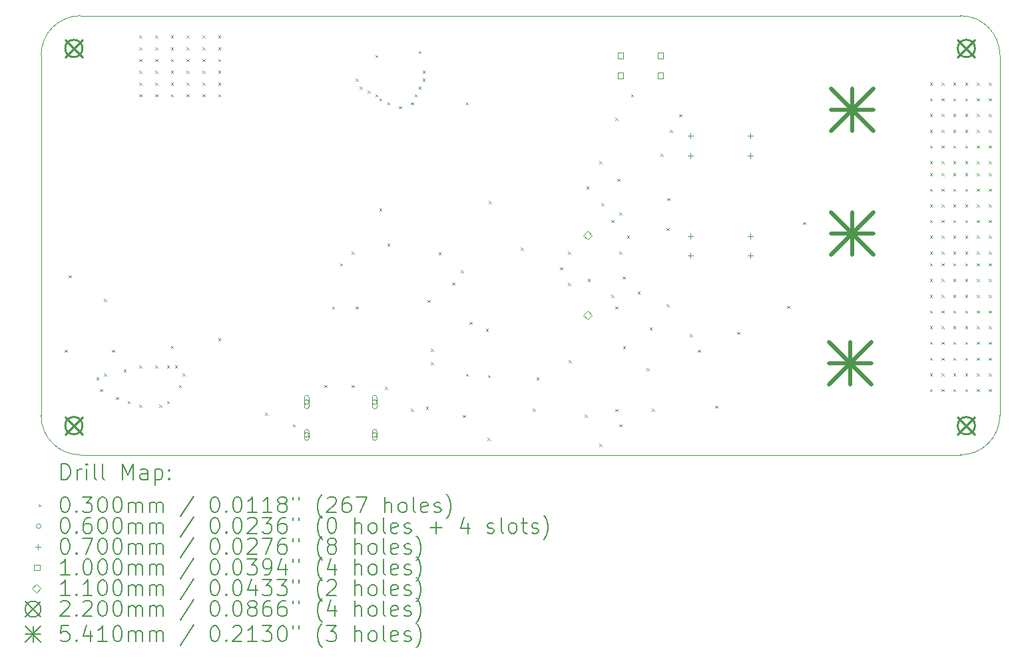
<source format=gbr>
%TF.GenerationSoftware,KiCad,Pcbnew,9.0.1-1.fc41*%
%TF.CreationDate,2025-04-11T00:28:42-07:00*%
%TF.ProjectId,Potentiostat KiCAD Prohject,506f7465-6e74-4696-9f73-746174204b69,rev?*%
%TF.SameCoordinates,Original*%
%TF.FileFunction,Drillmap*%
%TF.FilePolarity,Positive*%
%FSLAX45Y45*%
G04 Gerber Fmt 4.5, Leading zero omitted, Abs format (unit mm)*
G04 Created by KiCad (PCBNEW 9.0.1-1.fc41) date 2025-04-11 00:28:42*
%MOMM*%
%LPD*%
G01*
G04 APERTURE LIST*
%ADD10C,0.050000*%
%ADD11C,0.200000*%
%ADD12C,0.100000*%
%ADD13C,0.110000*%
%ADD14C,0.220000*%
%ADD15C,0.541020*%
G04 APERTURE END LIST*
D10*
X23376000Y-10922000D02*
X12184000Y-10922000D01*
X11684000Y-10422000D02*
X11684000Y-5834000D01*
X23376000Y-5334000D02*
G75*
G02*
X23876000Y-5834000I0J-500000D01*
G01*
X23876000Y-5834000D02*
X23876000Y-10422000D01*
X12184000Y-10922000D02*
G75*
G02*
X11684000Y-10422000I0J500000D01*
G01*
X12184000Y-5334000D02*
X23376000Y-5334000D01*
X23876000Y-10422000D02*
G75*
G02*
X23376000Y-10922000I-500000J0D01*
G01*
X11684000Y-5834000D02*
G75*
G02*
X12184000Y-5334000I500000J0D01*
G01*
D11*
D12*
X11985000Y-9585000D02*
X12015000Y-9615000D01*
X12015000Y-9585000D02*
X11985000Y-9615000D01*
X12035000Y-8635000D02*
X12065000Y-8665000D01*
X12065000Y-8635000D02*
X12035000Y-8665000D01*
X12385000Y-9935000D02*
X12415000Y-9965000D01*
X12415000Y-9935000D02*
X12385000Y-9965000D01*
X12435000Y-10085000D02*
X12465000Y-10115000D01*
X12465000Y-10085000D02*
X12435000Y-10115000D01*
X12485000Y-8935000D02*
X12515000Y-8965000D01*
X12515000Y-8935000D02*
X12485000Y-8965000D01*
X12485000Y-9885000D02*
X12515000Y-9915000D01*
X12515000Y-9885000D02*
X12485000Y-9915000D01*
X12585000Y-9585000D02*
X12615000Y-9615000D01*
X12615000Y-9585000D02*
X12585000Y-9615000D01*
X12635000Y-10185000D02*
X12665000Y-10215000D01*
X12665000Y-10185000D02*
X12635000Y-10215000D01*
X12735000Y-9835000D02*
X12765000Y-9865000D01*
X12765000Y-9835000D02*
X12735000Y-9865000D01*
X12785000Y-10235000D02*
X12815000Y-10265000D01*
X12815000Y-10235000D02*
X12785000Y-10265000D01*
X12935000Y-5585000D02*
X12965000Y-5615000D01*
X12965000Y-5585000D02*
X12935000Y-5615000D01*
X12935000Y-5735000D02*
X12965000Y-5765000D01*
X12965000Y-5735000D02*
X12935000Y-5765000D01*
X12935000Y-5885000D02*
X12965000Y-5915000D01*
X12965000Y-5885000D02*
X12935000Y-5915000D01*
X12935000Y-6035000D02*
X12965000Y-6065000D01*
X12965000Y-6035000D02*
X12935000Y-6065000D01*
X12935000Y-6185000D02*
X12965000Y-6215000D01*
X12965000Y-6185000D02*
X12935000Y-6215000D01*
X12935000Y-6335000D02*
X12965000Y-6365000D01*
X12965000Y-6335000D02*
X12935000Y-6365000D01*
X12935000Y-9785000D02*
X12965000Y-9815000D01*
X12965000Y-9785000D02*
X12935000Y-9815000D01*
X12935000Y-10285000D02*
X12965000Y-10315000D01*
X12965000Y-10285000D02*
X12935000Y-10315000D01*
X13135000Y-5585000D02*
X13165000Y-5615000D01*
X13165000Y-5585000D02*
X13135000Y-5615000D01*
X13135000Y-5735000D02*
X13165000Y-5765000D01*
X13165000Y-5735000D02*
X13135000Y-5765000D01*
X13135000Y-5885000D02*
X13165000Y-5915000D01*
X13165000Y-5885000D02*
X13135000Y-5915000D01*
X13135000Y-6035000D02*
X13165000Y-6065000D01*
X13165000Y-6035000D02*
X13135000Y-6065000D01*
X13135000Y-6185000D02*
X13165000Y-6215000D01*
X13165000Y-6185000D02*
X13135000Y-6215000D01*
X13135000Y-6335000D02*
X13165000Y-6365000D01*
X13165000Y-6335000D02*
X13135000Y-6365000D01*
X13135000Y-9785000D02*
X13165000Y-9815000D01*
X13165000Y-9785000D02*
X13135000Y-9815000D01*
X13185000Y-10285000D02*
X13215000Y-10315000D01*
X13215000Y-10285000D02*
X13185000Y-10315000D01*
X13285000Y-9785000D02*
X13315000Y-9815000D01*
X13315000Y-9785000D02*
X13285000Y-9815000D01*
X13285000Y-10235000D02*
X13315000Y-10265000D01*
X13315000Y-10235000D02*
X13285000Y-10265000D01*
X13335000Y-5585000D02*
X13365000Y-5615000D01*
X13365000Y-5585000D02*
X13335000Y-5615000D01*
X13335000Y-5735000D02*
X13365000Y-5765000D01*
X13365000Y-5735000D02*
X13335000Y-5765000D01*
X13335000Y-5885000D02*
X13365000Y-5915000D01*
X13365000Y-5885000D02*
X13335000Y-5915000D01*
X13335000Y-6035000D02*
X13365000Y-6065000D01*
X13365000Y-6035000D02*
X13335000Y-6065000D01*
X13335000Y-6185000D02*
X13365000Y-6215000D01*
X13365000Y-6185000D02*
X13335000Y-6215000D01*
X13335000Y-6335000D02*
X13365000Y-6365000D01*
X13365000Y-6335000D02*
X13335000Y-6365000D01*
X13335000Y-9535000D02*
X13365000Y-9565000D01*
X13365000Y-9535000D02*
X13335000Y-9565000D01*
X13385000Y-9785000D02*
X13415000Y-9815000D01*
X13415000Y-9785000D02*
X13385000Y-9815000D01*
X13385000Y-9785000D02*
X13415000Y-9815000D01*
X13415000Y-9785000D02*
X13385000Y-9815000D01*
X13435000Y-10035000D02*
X13465000Y-10065000D01*
X13465000Y-10035000D02*
X13435000Y-10065000D01*
X13485000Y-9885000D02*
X13515000Y-9915000D01*
X13515000Y-9885000D02*
X13485000Y-9915000D01*
X13535000Y-5585000D02*
X13565000Y-5615000D01*
X13565000Y-5585000D02*
X13535000Y-5615000D01*
X13535000Y-5735000D02*
X13565000Y-5765000D01*
X13565000Y-5735000D02*
X13535000Y-5765000D01*
X13535000Y-5885000D02*
X13565000Y-5915000D01*
X13565000Y-5885000D02*
X13535000Y-5915000D01*
X13535000Y-6035000D02*
X13565000Y-6065000D01*
X13565000Y-6035000D02*
X13535000Y-6065000D01*
X13535000Y-6185000D02*
X13565000Y-6215000D01*
X13565000Y-6185000D02*
X13535000Y-6215000D01*
X13535000Y-6335000D02*
X13565000Y-6365000D01*
X13565000Y-6335000D02*
X13535000Y-6365000D01*
X13735000Y-5585000D02*
X13765000Y-5615000D01*
X13765000Y-5585000D02*
X13735000Y-5615000D01*
X13735000Y-5735000D02*
X13765000Y-5765000D01*
X13765000Y-5735000D02*
X13735000Y-5765000D01*
X13735000Y-5885000D02*
X13765000Y-5915000D01*
X13765000Y-5885000D02*
X13735000Y-5915000D01*
X13735000Y-6035000D02*
X13765000Y-6065000D01*
X13765000Y-6035000D02*
X13735000Y-6065000D01*
X13735000Y-6185000D02*
X13765000Y-6215000D01*
X13765000Y-6185000D02*
X13735000Y-6215000D01*
X13735000Y-6335000D02*
X13765000Y-6365000D01*
X13765000Y-6335000D02*
X13735000Y-6365000D01*
X13935000Y-5585000D02*
X13965000Y-5615000D01*
X13965000Y-5585000D02*
X13935000Y-5615000D01*
X13935000Y-5735000D02*
X13965000Y-5765000D01*
X13965000Y-5735000D02*
X13935000Y-5765000D01*
X13935000Y-5885000D02*
X13965000Y-5915000D01*
X13965000Y-5885000D02*
X13935000Y-5915000D01*
X13935000Y-6035000D02*
X13965000Y-6065000D01*
X13965000Y-6035000D02*
X13935000Y-6065000D01*
X13935000Y-6185000D02*
X13965000Y-6215000D01*
X13965000Y-6185000D02*
X13935000Y-6215000D01*
X13935000Y-6335000D02*
X13965000Y-6365000D01*
X13965000Y-6335000D02*
X13935000Y-6365000D01*
X13935000Y-9435000D02*
X13965000Y-9465000D01*
X13965000Y-9435000D02*
X13935000Y-9465000D01*
X14535000Y-10385000D02*
X14565000Y-10415000D01*
X14565000Y-10385000D02*
X14535000Y-10415000D01*
X14885000Y-10535000D02*
X14915000Y-10565000D01*
X14915000Y-10535000D02*
X14885000Y-10565000D01*
X15285000Y-10035000D02*
X15315000Y-10065000D01*
X15315000Y-10035000D02*
X15285000Y-10065000D01*
X15385000Y-9035000D02*
X15415000Y-9065000D01*
X15415000Y-9035000D02*
X15385000Y-9065000D01*
X15485000Y-8485000D02*
X15515000Y-8515000D01*
X15515000Y-8485000D02*
X15485000Y-8515000D01*
X15635000Y-8335000D02*
X15665000Y-8365000D01*
X15665000Y-8335000D02*
X15635000Y-8365000D01*
X15635000Y-10035000D02*
X15665000Y-10065000D01*
X15665000Y-10035000D02*
X15635000Y-10065000D01*
X15685000Y-6135000D02*
X15715000Y-6165000D01*
X15715000Y-6135000D02*
X15685000Y-6165000D01*
X15685000Y-9035000D02*
X15715000Y-9065000D01*
X15715000Y-9035000D02*
X15685000Y-9065000D01*
X15735000Y-6235000D02*
X15765000Y-6265000D01*
X15765000Y-6235000D02*
X15735000Y-6265000D01*
X15835000Y-6285000D02*
X15865000Y-6315000D01*
X15865000Y-6285000D02*
X15835000Y-6315000D01*
X15935000Y-5835000D02*
X15965000Y-5865000D01*
X15965000Y-5835000D02*
X15935000Y-5865000D01*
X15935000Y-6335000D02*
X15965000Y-6365000D01*
X15965000Y-6335000D02*
X15935000Y-6365000D01*
X15985000Y-6385000D02*
X16015000Y-6415000D01*
X16015000Y-6385000D02*
X15985000Y-6415000D01*
X15985000Y-7785000D02*
X16015000Y-7815000D01*
X16015000Y-7785000D02*
X15985000Y-7815000D01*
X16056000Y-10052700D02*
X16086000Y-10082700D01*
X16086000Y-10052700D02*
X16056000Y-10082700D01*
X16085000Y-6435000D02*
X16115000Y-6465000D01*
X16115000Y-6435000D02*
X16085000Y-6465000D01*
X16085000Y-8235000D02*
X16115000Y-8265000D01*
X16115000Y-8235000D02*
X16085000Y-8265000D01*
X16235000Y-6485000D02*
X16265000Y-6515000D01*
X16265000Y-6485000D02*
X16235000Y-6515000D01*
X16385000Y-6435000D02*
X16415000Y-6465000D01*
X16415000Y-6435000D02*
X16385000Y-6465000D01*
X16385000Y-10335000D02*
X16415000Y-10365000D01*
X16415000Y-10335000D02*
X16385000Y-10365000D01*
X16435000Y-6335000D02*
X16465000Y-6365000D01*
X16465000Y-6335000D02*
X16435000Y-6365000D01*
X16485000Y-5785000D02*
X16515000Y-5815000D01*
X16515000Y-5785000D02*
X16485000Y-5815000D01*
X16485000Y-6235000D02*
X16515000Y-6265000D01*
X16515000Y-6235000D02*
X16485000Y-6265000D01*
X16535000Y-6035000D02*
X16565000Y-6065000D01*
X16565000Y-6035000D02*
X16535000Y-6065000D01*
X16535000Y-6135000D02*
X16565000Y-6165000D01*
X16565000Y-6135000D02*
X16535000Y-6165000D01*
X16576200Y-10307800D02*
X16606200Y-10337800D01*
X16606200Y-10307800D02*
X16576200Y-10337800D01*
X16596600Y-8951200D02*
X16626600Y-8981200D01*
X16626600Y-8951200D02*
X16596600Y-8981200D01*
X16640100Y-9571960D02*
X16670100Y-9601960D01*
X16670100Y-9571960D02*
X16640100Y-9601960D01*
X16640100Y-9740630D02*
X16670100Y-9770630D01*
X16670100Y-9740630D02*
X16640100Y-9770630D01*
X16740000Y-8343000D02*
X16770000Y-8373000D01*
X16770000Y-8343000D02*
X16740000Y-8373000D01*
X16911700Y-8731660D02*
X16941700Y-8761660D01*
X16941700Y-8731660D02*
X16911700Y-8761660D01*
X17022400Y-8571060D02*
X17052400Y-8601060D01*
X17052400Y-8571060D02*
X17022400Y-8601060D01*
X17046900Y-10416400D02*
X17076900Y-10446400D01*
X17076900Y-10416400D02*
X17046900Y-10446400D01*
X17084600Y-9891000D02*
X17114600Y-9921000D01*
X17114600Y-9891000D02*
X17084600Y-9921000D01*
X17085000Y-6435000D02*
X17115000Y-6465000D01*
X17115000Y-6435000D02*
X17085000Y-6465000D01*
X17130000Y-9230600D02*
X17160000Y-9260600D01*
X17160000Y-9230600D02*
X17130000Y-9260600D01*
X17338300Y-9318080D02*
X17368300Y-9348080D01*
X17368300Y-9318080D02*
X17338300Y-9348080D01*
X17360900Y-10708400D02*
X17390900Y-10738400D01*
X17390900Y-10708400D02*
X17360900Y-10738400D01*
X17364400Y-9908500D02*
X17394400Y-9938500D01*
X17394400Y-9908500D02*
X17364400Y-9938500D01*
X17377100Y-7694100D02*
X17407100Y-7724100D01*
X17407100Y-7694100D02*
X17377100Y-7724100D01*
X17785000Y-8285000D02*
X17815000Y-8315000D01*
X17815000Y-8285000D02*
X17785000Y-8315000D01*
X17935000Y-10335000D02*
X17965000Y-10365000D01*
X17965000Y-10335000D02*
X17935000Y-10365000D01*
X17985000Y-9935000D02*
X18015000Y-9965000D01*
X18015000Y-9935000D02*
X17985000Y-9965000D01*
X18285000Y-8535000D02*
X18315000Y-8565000D01*
X18315000Y-8535000D02*
X18285000Y-8565000D01*
X18385000Y-8335000D02*
X18415000Y-8365000D01*
X18415000Y-8335000D02*
X18385000Y-8365000D01*
X18385000Y-8735000D02*
X18415000Y-8765000D01*
X18415000Y-8735000D02*
X18385000Y-8765000D01*
X18395900Y-9718000D02*
X18425900Y-9748000D01*
X18425900Y-9718000D02*
X18395900Y-9748000D01*
X18595600Y-10409800D02*
X18625600Y-10439800D01*
X18625600Y-10409800D02*
X18595600Y-10439800D01*
X18618900Y-7505000D02*
X18648900Y-7535000D01*
X18648900Y-7505000D02*
X18618900Y-7535000D01*
X18635000Y-8685000D02*
X18665000Y-8715000D01*
X18665000Y-8685000D02*
X18635000Y-8715000D01*
X18785000Y-7185000D02*
X18815000Y-7215000D01*
X18815000Y-7185000D02*
X18785000Y-7215000D01*
X18785000Y-10785000D02*
X18815000Y-10815000D01*
X18815000Y-10785000D02*
X18785000Y-10815000D01*
X18807700Y-7717920D02*
X18837700Y-7747920D01*
X18837700Y-7717920D02*
X18807700Y-7747920D01*
X18935000Y-7935000D02*
X18965000Y-7965000D01*
X18965000Y-7935000D02*
X18935000Y-7965000D01*
X18935000Y-8885000D02*
X18965000Y-8915000D01*
X18965000Y-8885000D02*
X18935000Y-8915000D01*
X18984200Y-10339000D02*
X19014200Y-10369000D01*
X19014200Y-10339000D02*
X18984200Y-10369000D01*
X18985000Y-6635000D02*
X19015000Y-6665000D01*
X19015000Y-6635000D02*
X18985000Y-6665000D01*
X18985000Y-9035000D02*
X19015000Y-9065000D01*
X19015000Y-9035000D02*
X18985000Y-9065000D01*
X19012400Y-7407870D02*
X19042400Y-7437870D01*
X19042400Y-7407870D02*
X19012400Y-7437870D01*
X19035000Y-7835000D02*
X19065000Y-7865000D01*
X19065000Y-7835000D02*
X19035000Y-7865000D01*
X19035000Y-8335000D02*
X19065000Y-8365000D01*
X19065000Y-8335000D02*
X19035000Y-8365000D01*
X19035000Y-10535000D02*
X19065000Y-10565000D01*
X19065000Y-10535000D02*
X19035000Y-10565000D01*
X19078800Y-8654120D02*
X19108800Y-8684120D01*
X19108800Y-8654120D02*
X19078800Y-8684120D01*
X19083700Y-9537450D02*
X19113700Y-9567450D01*
X19113700Y-9537450D02*
X19083700Y-9567450D01*
X19135000Y-8135000D02*
X19165000Y-8165000D01*
X19165000Y-8135000D02*
X19135000Y-8165000D01*
X19185000Y-6335000D02*
X19215000Y-6365000D01*
X19215000Y-6335000D02*
X19185000Y-6365000D01*
X19269700Y-8842260D02*
X19299700Y-8872260D01*
X19299700Y-8842260D02*
X19269700Y-8872260D01*
X19382300Y-9819010D02*
X19412300Y-9849010D01*
X19412300Y-9819010D02*
X19382300Y-9849010D01*
X19423500Y-9302110D02*
X19453500Y-9332110D01*
X19453500Y-9302110D02*
X19423500Y-9332110D01*
X19450000Y-10335500D02*
X19480000Y-10365500D01*
X19480000Y-10335500D02*
X19450000Y-10365500D01*
X19560800Y-7090500D02*
X19590800Y-7120500D01*
X19590800Y-7090500D02*
X19560800Y-7120500D01*
X19636800Y-8037150D02*
X19666800Y-8067150D01*
X19666800Y-8037150D02*
X19636800Y-8067150D01*
X19636800Y-9006500D02*
X19666800Y-9036500D01*
X19666800Y-9006500D02*
X19636800Y-9036500D01*
X19644600Y-7655800D02*
X19674600Y-7685800D01*
X19674600Y-7655800D02*
X19644600Y-7685800D01*
X19678400Y-6784500D02*
X19708400Y-6814500D01*
X19708400Y-6784500D02*
X19678400Y-6814500D01*
X19797000Y-6589000D02*
X19827000Y-6619000D01*
X19827000Y-6589000D02*
X19797000Y-6619000D01*
X19935000Y-9385000D02*
X19965000Y-9415000D01*
X19965000Y-9385000D02*
X19935000Y-9415000D01*
X20035000Y-9585000D02*
X20065000Y-9615000D01*
X20065000Y-9585000D02*
X20035000Y-9615000D01*
X20254200Y-10297400D02*
X20284200Y-10327400D01*
X20284200Y-10297400D02*
X20254200Y-10327400D01*
X20533600Y-9357600D02*
X20563600Y-9387600D01*
X20563600Y-9357600D02*
X20533600Y-9387600D01*
X21168600Y-9027400D02*
X21198600Y-9057400D01*
X21198600Y-9027400D02*
X21168600Y-9057400D01*
X21371800Y-7960600D02*
X21401800Y-7990600D01*
X21401800Y-7960600D02*
X21371800Y-7990600D01*
X22985000Y-6185000D02*
X23015000Y-6215000D01*
X23015000Y-6185000D02*
X22985000Y-6215000D01*
X22985000Y-6385000D02*
X23015000Y-6415000D01*
X23015000Y-6385000D02*
X22985000Y-6415000D01*
X22985000Y-6585000D02*
X23015000Y-6615000D01*
X23015000Y-6585000D02*
X22985000Y-6615000D01*
X22985000Y-6785000D02*
X23015000Y-6815000D01*
X23015000Y-6785000D02*
X22985000Y-6815000D01*
X22985000Y-6985000D02*
X23015000Y-7015000D01*
X23015000Y-6985000D02*
X22985000Y-7015000D01*
X22985000Y-7185000D02*
X23015000Y-7215000D01*
X23015000Y-7185000D02*
X22985000Y-7215000D01*
X22985000Y-7335000D02*
X23015000Y-7365000D01*
X23015000Y-7335000D02*
X22985000Y-7365000D01*
X22985000Y-7535000D02*
X23015000Y-7565000D01*
X23015000Y-7535000D02*
X22985000Y-7565000D01*
X22985000Y-7735000D02*
X23015000Y-7765000D01*
X23015000Y-7735000D02*
X22985000Y-7765000D01*
X22985000Y-7935000D02*
X23015000Y-7965000D01*
X23015000Y-7935000D02*
X22985000Y-7965000D01*
X22985000Y-8135000D02*
X23015000Y-8165000D01*
X23015000Y-8135000D02*
X22985000Y-8165000D01*
X22985000Y-8335000D02*
X23015000Y-8365000D01*
X23015000Y-8335000D02*
X22985000Y-8365000D01*
X22985000Y-8485000D02*
X23015000Y-8515000D01*
X23015000Y-8485000D02*
X22985000Y-8515000D01*
X22985000Y-8685000D02*
X23015000Y-8715000D01*
X23015000Y-8685000D02*
X22985000Y-8715000D01*
X22985000Y-8885000D02*
X23015000Y-8915000D01*
X23015000Y-8885000D02*
X22985000Y-8915000D01*
X22985000Y-9085000D02*
X23015000Y-9115000D01*
X23015000Y-9085000D02*
X22985000Y-9115000D01*
X22985000Y-9285000D02*
X23015000Y-9315000D01*
X23015000Y-9285000D02*
X22985000Y-9315000D01*
X22985000Y-9485000D02*
X23015000Y-9515000D01*
X23015000Y-9485000D02*
X22985000Y-9515000D01*
X22985000Y-9685000D02*
X23015000Y-9715000D01*
X23015000Y-9685000D02*
X22985000Y-9715000D01*
X22985000Y-9885000D02*
X23015000Y-9915000D01*
X23015000Y-9885000D02*
X22985000Y-9915000D01*
X22985000Y-10085000D02*
X23015000Y-10115000D01*
X23015000Y-10085000D02*
X22985000Y-10115000D01*
X23135000Y-6185000D02*
X23165000Y-6215000D01*
X23165000Y-6185000D02*
X23135000Y-6215000D01*
X23135000Y-6385000D02*
X23165000Y-6415000D01*
X23165000Y-6385000D02*
X23135000Y-6415000D01*
X23135000Y-6585000D02*
X23165000Y-6615000D01*
X23165000Y-6585000D02*
X23135000Y-6615000D01*
X23135000Y-6785000D02*
X23165000Y-6815000D01*
X23165000Y-6785000D02*
X23135000Y-6815000D01*
X23135000Y-6985000D02*
X23165000Y-7015000D01*
X23165000Y-6985000D02*
X23135000Y-7015000D01*
X23135000Y-7185000D02*
X23165000Y-7215000D01*
X23165000Y-7185000D02*
X23135000Y-7215000D01*
X23135000Y-7335000D02*
X23165000Y-7365000D01*
X23165000Y-7335000D02*
X23135000Y-7365000D01*
X23135000Y-7535000D02*
X23165000Y-7565000D01*
X23165000Y-7535000D02*
X23135000Y-7565000D01*
X23135000Y-7735000D02*
X23165000Y-7765000D01*
X23165000Y-7735000D02*
X23135000Y-7765000D01*
X23135000Y-7935000D02*
X23165000Y-7965000D01*
X23165000Y-7935000D02*
X23135000Y-7965000D01*
X23135000Y-8135000D02*
X23165000Y-8165000D01*
X23165000Y-8135000D02*
X23135000Y-8165000D01*
X23135000Y-8335000D02*
X23165000Y-8365000D01*
X23165000Y-8335000D02*
X23135000Y-8365000D01*
X23135000Y-8485000D02*
X23165000Y-8515000D01*
X23165000Y-8485000D02*
X23135000Y-8515000D01*
X23135000Y-8685000D02*
X23165000Y-8715000D01*
X23165000Y-8685000D02*
X23135000Y-8715000D01*
X23135000Y-8885000D02*
X23165000Y-8915000D01*
X23165000Y-8885000D02*
X23135000Y-8915000D01*
X23135000Y-9085000D02*
X23165000Y-9115000D01*
X23165000Y-9085000D02*
X23135000Y-9115000D01*
X23135000Y-9285000D02*
X23165000Y-9315000D01*
X23165000Y-9285000D02*
X23135000Y-9315000D01*
X23135000Y-9485000D02*
X23165000Y-9515000D01*
X23165000Y-9485000D02*
X23135000Y-9515000D01*
X23135000Y-9685000D02*
X23165000Y-9715000D01*
X23165000Y-9685000D02*
X23135000Y-9715000D01*
X23135000Y-9885000D02*
X23165000Y-9915000D01*
X23165000Y-9885000D02*
X23135000Y-9915000D01*
X23135000Y-10085000D02*
X23165000Y-10115000D01*
X23165000Y-10085000D02*
X23135000Y-10115000D01*
X23285000Y-6185000D02*
X23315000Y-6215000D01*
X23315000Y-6185000D02*
X23285000Y-6215000D01*
X23285000Y-6385000D02*
X23315000Y-6415000D01*
X23315000Y-6385000D02*
X23285000Y-6415000D01*
X23285000Y-6585000D02*
X23315000Y-6615000D01*
X23315000Y-6585000D02*
X23285000Y-6615000D01*
X23285000Y-6785000D02*
X23315000Y-6815000D01*
X23315000Y-6785000D02*
X23285000Y-6815000D01*
X23285000Y-6985000D02*
X23315000Y-7015000D01*
X23315000Y-6985000D02*
X23285000Y-7015000D01*
X23285000Y-7185000D02*
X23315000Y-7215000D01*
X23315000Y-7185000D02*
X23285000Y-7215000D01*
X23285000Y-7335000D02*
X23315000Y-7365000D01*
X23315000Y-7335000D02*
X23285000Y-7365000D01*
X23285000Y-7535000D02*
X23315000Y-7565000D01*
X23315000Y-7535000D02*
X23285000Y-7565000D01*
X23285000Y-7735000D02*
X23315000Y-7765000D01*
X23315000Y-7735000D02*
X23285000Y-7765000D01*
X23285000Y-7935000D02*
X23315000Y-7965000D01*
X23315000Y-7935000D02*
X23285000Y-7965000D01*
X23285000Y-8135000D02*
X23315000Y-8165000D01*
X23315000Y-8135000D02*
X23285000Y-8165000D01*
X23285000Y-8335000D02*
X23315000Y-8365000D01*
X23315000Y-8335000D02*
X23285000Y-8365000D01*
X23285000Y-8485000D02*
X23315000Y-8515000D01*
X23315000Y-8485000D02*
X23285000Y-8515000D01*
X23285000Y-8685000D02*
X23315000Y-8715000D01*
X23315000Y-8685000D02*
X23285000Y-8715000D01*
X23285000Y-8885000D02*
X23315000Y-8915000D01*
X23315000Y-8885000D02*
X23285000Y-8915000D01*
X23285000Y-9085000D02*
X23315000Y-9115000D01*
X23315000Y-9085000D02*
X23285000Y-9115000D01*
X23285000Y-9285000D02*
X23315000Y-9315000D01*
X23315000Y-9285000D02*
X23285000Y-9315000D01*
X23285000Y-9485000D02*
X23315000Y-9515000D01*
X23315000Y-9485000D02*
X23285000Y-9515000D01*
X23285000Y-9685000D02*
X23315000Y-9715000D01*
X23315000Y-9685000D02*
X23285000Y-9715000D01*
X23285000Y-9885000D02*
X23315000Y-9915000D01*
X23315000Y-9885000D02*
X23285000Y-9915000D01*
X23285000Y-10085000D02*
X23315000Y-10115000D01*
X23315000Y-10085000D02*
X23285000Y-10115000D01*
X23435000Y-6185000D02*
X23465000Y-6215000D01*
X23465000Y-6185000D02*
X23435000Y-6215000D01*
X23435000Y-6385000D02*
X23465000Y-6415000D01*
X23465000Y-6385000D02*
X23435000Y-6415000D01*
X23435000Y-6585000D02*
X23465000Y-6615000D01*
X23465000Y-6585000D02*
X23435000Y-6615000D01*
X23435000Y-6785000D02*
X23465000Y-6815000D01*
X23465000Y-6785000D02*
X23435000Y-6815000D01*
X23435000Y-6985000D02*
X23465000Y-7015000D01*
X23465000Y-6985000D02*
X23435000Y-7015000D01*
X23435000Y-7185000D02*
X23465000Y-7215000D01*
X23465000Y-7185000D02*
X23435000Y-7215000D01*
X23435000Y-7335000D02*
X23465000Y-7365000D01*
X23465000Y-7335000D02*
X23435000Y-7365000D01*
X23435000Y-7535000D02*
X23465000Y-7565000D01*
X23465000Y-7535000D02*
X23435000Y-7565000D01*
X23435000Y-7735000D02*
X23465000Y-7765000D01*
X23465000Y-7735000D02*
X23435000Y-7765000D01*
X23435000Y-7935000D02*
X23465000Y-7965000D01*
X23465000Y-7935000D02*
X23435000Y-7965000D01*
X23435000Y-8135000D02*
X23465000Y-8165000D01*
X23465000Y-8135000D02*
X23435000Y-8165000D01*
X23435000Y-8335000D02*
X23465000Y-8365000D01*
X23465000Y-8335000D02*
X23435000Y-8365000D01*
X23435000Y-8485000D02*
X23465000Y-8515000D01*
X23465000Y-8485000D02*
X23435000Y-8515000D01*
X23435000Y-8685000D02*
X23465000Y-8715000D01*
X23465000Y-8685000D02*
X23435000Y-8715000D01*
X23435000Y-8885000D02*
X23465000Y-8915000D01*
X23465000Y-8885000D02*
X23435000Y-8915000D01*
X23435000Y-9085000D02*
X23465000Y-9115000D01*
X23465000Y-9085000D02*
X23435000Y-9115000D01*
X23435000Y-9285000D02*
X23465000Y-9315000D01*
X23465000Y-9285000D02*
X23435000Y-9315000D01*
X23435000Y-9485000D02*
X23465000Y-9515000D01*
X23465000Y-9485000D02*
X23435000Y-9515000D01*
X23435000Y-9685000D02*
X23465000Y-9715000D01*
X23465000Y-9685000D02*
X23435000Y-9715000D01*
X23435000Y-9885000D02*
X23465000Y-9915000D01*
X23465000Y-9885000D02*
X23435000Y-9915000D01*
X23435000Y-10085000D02*
X23465000Y-10115000D01*
X23465000Y-10085000D02*
X23435000Y-10115000D01*
X23585000Y-6185000D02*
X23615000Y-6215000D01*
X23615000Y-6185000D02*
X23585000Y-6215000D01*
X23585000Y-6385000D02*
X23615000Y-6415000D01*
X23615000Y-6385000D02*
X23585000Y-6415000D01*
X23585000Y-6585000D02*
X23615000Y-6615000D01*
X23615000Y-6585000D02*
X23585000Y-6615000D01*
X23585000Y-6785000D02*
X23615000Y-6815000D01*
X23615000Y-6785000D02*
X23585000Y-6815000D01*
X23585000Y-6985000D02*
X23615000Y-7015000D01*
X23615000Y-6985000D02*
X23585000Y-7015000D01*
X23585000Y-7185000D02*
X23615000Y-7215000D01*
X23615000Y-7185000D02*
X23585000Y-7215000D01*
X23585000Y-7335000D02*
X23615000Y-7365000D01*
X23615000Y-7335000D02*
X23585000Y-7365000D01*
X23585000Y-7535000D02*
X23615000Y-7565000D01*
X23615000Y-7535000D02*
X23585000Y-7565000D01*
X23585000Y-7735000D02*
X23615000Y-7765000D01*
X23615000Y-7735000D02*
X23585000Y-7765000D01*
X23585000Y-7935000D02*
X23615000Y-7965000D01*
X23615000Y-7935000D02*
X23585000Y-7965000D01*
X23585000Y-8135000D02*
X23615000Y-8165000D01*
X23615000Y-8135000D02*
X23585000Y-8165000D01*
X23585000Y-8335000D02*
X23615000Y-8365000D01*
X23615000Y-8335000D02*
X23585000Y-8365000D01*
X23585000Y-8485000D02*
X23615000Y-8515000D01*
X23615000Y-8485000D02*
X23585000Y-8515000D01*
X23585000Y-8685000D02*
X23615000Y-8715000D01*
X23615000Y-8685000D02*
X23585000Y-8715000D01*
X23585000Y-8885000D02*
X23615000Y-8915000D01*
X23615000Y-8885000D02*
X23585000Y-8915000D01*
X23585000Y-9085000D02*
X23615000Y-9115000D01*
X23615000Y-9085000D02*
X23585000Y-9115000D01*
X23585000Y-9285000D02*
X23615000Y-9315000D01*
X23615000Y-9285000D02*
X23585000Y-9315000D01*
X23585000Y-9485000D02*
X23615000Y-9515000D01*
X23615000Y-9485000D02*
X23585000Y-9515000D01*
X23585000Y-9685000D02*
X23615000Y-9715000D01*
X23615000Y-9685000D02*
X23585000Y-9715000D01*
X23585000Y-9885000D02*
X23615000Y-9915000D01*
X23615000Y-9885000D02*
X23585000Y-9915000D01*
X23585000Y-10085000D02*
X23615000Y-10115000D01*
X23615000Y-10085000D02*
X23585000Y-10115000D01*
X23735000Y-6185000D02*
X23765000Y-6215000D01*
X23765000Y-6185000D02*
X23735000Y-6215000D01*
X23735000Y-6385000D02*
X23765000Y-6415000D01*
X23765000Y-6385000D02*
X23735000Y-6415000D01*
X23735000Y-6585000D02*
X23765000Y-6615000D01*
X23765000Y-6585000D02*
X23735000Y-6615000D01*
X23735000Y-6785000D02*
X23765000Y-6815000D01*
X23765000Y-6785000D02*
X23735000Y-6815000D01*
X23735000Y-6985000D02*
X23765000Y-7015000D01*
X23765000Y-6985000D02*
X23735000Y-7015000D01*
X23735000Y-7185000D02*
X23765000Y-7215000D01*
X23765000Y-7185000D02*
X23735000Y-7215000D01*
X23735000Y-7335000D02*
X23765000Y-7365000D01*
X23765000Y-7335000D02*
X23735000Y-7365000D01*
X23735000Y-7535000D02*
X23765000Y-7565000D01*
X23765000Y-7535000D02*
X23735000Y-7565000D01*
X23735000Y-7735000D02*
X23765000Y-7765000D01*
X23765000Y-7735000D02*
X23735000Y-7765000D01*
X23735000Y-7935000D02*
X23765000Y-7965000D01*
X23765000Y-7935000D02*
X23735000Y-7965000D01*
X23735000Y-8135000D02*
X23765000Y-8165000D01*
X23765000Y-8135000D02*
X23735000Y-8165000D01*
X23735000Y-8335000D02*
X23765000Y-8365000D01*
X23765000Y-8335000D02*
X23735000Y-8365000D01*
X23735000Y-8485000D02*
X23765000Y-8515000D01*
X23765000Y-8485000D02*
X23735000Y-8515000D01*
X23735000Y-8685000D02*
X23765000Y-8715000D01*
X23765000Y-8685000D02*
X23735000Y-8715000D01*
X23735000Y-8885000D02*
X23765000Y-8915000D01*
X23765000Y-8885000D02*
X23735000Y-8915000D01*
X23735000Y-9085000D02*
X23765000Y-9115000D01*
X23765000Y-9085000D02*
X23735000Y-9115000D01*
X23735000Y-9285000D02*
X23765000Y-9315000D01*
X23765000Y-9285000D02*
X23735000Y-9315000D01*
X23735000Y-9485000D02*
X23765000Y-9515000D01*
X23765000Y-9485000D02*
X23735000Y-9515000D01*
X23735000Y-9685000D02*
X23765000Y-9715000D01*
X23765000Y-9685000D02*
X23735000Y-9715000D01*
X23735000Y-9885000D02*
X23765000Y-9915000D01*
X23765000Y-9885000D02*
X23735000Y-9915000D01*
X23735000Y-10085000D02*
X23765000Y-10115000D01*
X23765000Y-10085000D02*
X23735000Y-10115000D01*
X15092000Y-10250000D02*
G75*
G02*
X15032000Y-10250000I-30000J0D01*
G01*
X15032000Y-10250000D02*
G75*
G02*
X15092000Y-10250000I30000J0D01*
G01*
X15032000Y-10195000D02*
X15032000Y-10305000D01*
X15092000Y-10305000D02*
G75*
G02*
X15032000Y-10305000I-30000J0D01*
G01*
X15092000Y-10305000D02*
X15092000Y-10195000D01*
X15092000Y-10195000D02*
G75*
G03*
X15032000Y-10195000I-30000J0D01*
G01*
X15092000Y-10668000D02*
G75*
G02*
X15032000Y-10668000I-30000J0D01*
G01*
X15032000Y-10668000D02*
G75*
G02*
X15092000Y-10668000I30000J0D01*
G01*
X15032000Y-10628000D02*
X15032000Y-10708000D01*
X15092000Y-10708000D02*
G75*
G02*
X15032000Y-10708000I-30000J0D01*
G01*
X15092000Y-10708000D02*
X15092000Y-10628000D01*
X15092000Y-10628000D02*
G75*
G03*
X15032000Y-10628000I-30000J0D01*
G01*
X15956000Y-10250000D02*
G75*
G02*
X15896000Y-10250000I-30000J0D01*
G01*
X15896000Y-10250000D02*
G75*
G02*
X15956000Y-10250000I30000J0D01*
G01*
X15896000Y-10195000D02*
X15896000Y-10305000D01*
X15956000Y-10305000D02*
G75*
G02*
X15896000Y-10305000I-30000J0D01*
G01*
X15956000Y-10305000D02*
X15956000Y-10195000D01*
X15956000Y-10195000D02*
G75*
G03*
X15896000Y-10195000I-30000J0D01*
G01*
X15956000Y-10668000D02*
G75*
G02*
X15896000Y-10668000I-30000J0D01*
G01*
X15896000Y-10668000D02*
G75*
G02*
X15956000Y-10668000I30000J0D01*
G01*
X15896000Y-10628000D02*
X15896000Y-10708000D01*
X15956000Y-10708000D02*
G75*
G02*
X15896000Y-10708000I-30000J0D01*
G01*
X15956000Y-10708000D02*
X15956000Y-10628000D01*
X15956000Y-10628000D02*
G75*
G03*
X15896000Y-10628000I-30000J0D01*
G01*
X19940000Y-6823000D02*
X19940000Y-6893000D01*
X19905000Y-6858000D02*
X19975000Y-6858000D01*
X19940000Y-7077000D02*
X19940000Y-7147000D01*
X19905000Y-7112000D02*
X19975000Y-7112000D01*
X19940000Y-8103000D02*
X19940000Y-8173000D01*
X19905000Y-8138000D02*
X19975000Y-8138000D01*
X19940000Y-8347000D02*
X19940000Y-8417000D01*
X19905000Y-8382000D02*
X19975000Y-8382000D01*
X20702000Y-6823000D02*
X20702000Y-6893000D01*
X20667000Y-6858000D02*
X20737000Y-6858000D01*
X20702000Y-7077000D02*
X20702000Y-7147000D01*
X20667000Y-7112000D02*
X20737000Y-7112000D01*
X20702000Y-8103000D02*
X20702000Y-8173000D01*
X20667000Y-8138000D02*
X20737000Y-8138000D01*
X20702000Y-8347000D02*
X20702000Y-8417000D01*
X20667000Y-8382000D02*
X20737000Y-8382000D01*
X19085356Y-5877356D02*
X19085356Y-5806644D01*
X19014644Y-5806644D01*
X19014644Y-5877356D01*
X19085356Y-5877356D01*
X19085356Y-6131356D02*
X19085356Y-6060644D01*
X19014644Y-6060644D01*
X19014644Y-6131356D01*
X19085356Y-6131356D01*
X19593356Y-5877356D02*
X19593356Y-5806644D01*
X19522644Y-5806644D01*
X19522644Y-5877356D01*
X19593356Y-5877356D01*
X19593356Y-6131356D02*
X19593356Y-6060644D01*
X19522644Y-6060644D01*
X19522644Y-6131356D01*
X19593356Y-6131356D01*
D13*
X18633900Y-8183000D02*
X18688900Y-8128000D01*
X18633900Y-8073000D01*
X18578900Y-8128000D01*
X18633900Y-8183000D01*
X18633900Y-9199000D02*
X18688900Y-9144000D01*
X18633900Y-9089000D01*
X18578900Y-9144000D01*
X18633900Y-9199000D01*
D14*
X11990000Y-5640000D02*
X12210000Y-5860000D01*
X12210000Y-5640000D02*
X11990000Y-5860000D01*
X12210000Y-5750000D02*
G75*
G02*
X11990000Y-5750000I-110000J0D01*
G01*
X11990000Y-5750000D02*
G75*
G02*
X12210000Y-5750000I110000J0D01*
G01*
X11990000Y-10440000D02*
X12210000Y-10660000D01*
X12210000Y-10440000D02*
X11990000Y-10660000D01*
X12210000Y-10550000D02*
G75*
G02*
X11990000Y-10550000I-110000J0D01*
G01*
X11990000Y-10550000D02*
G75*
G02*
X12210000Y-10550000I110000J0D01*
G01*
X23340000Y-5640000D02*
X23560000Y-5860000D01*
X23560000Y-5640000D02*
X23340000Y-5860000D01*
X23560000Y-5750000D02*
G75*
G02*
X23340000Y-5750000I-110000J0D01*
G01*
X23340000Y-5750000D02*
G75*
G02*
X23560000Y-5750000I110000J0D01*
G01*
X23340000Y-10440000D02*
X23560000Y-10660000D01*
X23560000Y-10440000D02*
X23340000Y-10660000D01*
X23560000Y-10550000D02*
G75*
G02*
X23340000Y-10550000I-110000J0D01*
G01*
X23340000Y-10550000D02*
G75*
G02*
X23560000Y-10550000I110000J0D01*
G01*
D15*
X21700490Y-9483090D02*
X22241510Y-10024110D01*
X22241510Y-9483090D02*
X21700490Y-10024110D01*
X21971000Y-9483090D02*
X21971000Y-10024110D01*
X21700490Y-9753600D02*
X22241510Y-9753600D01*
X21725890Y-6257290D02*
X22266910Y-6798310D01*
X22266910Y-6257290D02*
X21725890Y-6798310D01*
X21996400Y-6257290D02*
X21996400Y-6798310D01*
X21725890Y-6527800D02*
X22266910Y-6527800D01*
X21725890Y-7832090D02*
X22266910Y-8373110D01*
X22266910Y-7832090D02*
X21725890Y-8373110D01*
X21996400Y-7832090D02*
X21996400Y-8373110D01*
X21725890Y-8102600D02*
X22266910Y-8102600D01*
D11*
X11942277Y-11235984D02*
X11942277Y-11035984D01*
X11942277Y-11035984D02*
X11989896Y-11035984D01*
X11989896Y-11035984D02*
X12018467Y-11045508D01*
X12018467Y-11045508D02*
X12037515Y-11064555D01*
X12037515Y-11064555D02*
X12047039Y-11083603D01*
X12047039Y-11083603D02*
X12056562Y-11121698D01*
X12056562Y-11121698D02*
X12056562Y-11150270D01*
X12056562Y-11150270D02*
X12047039Y-11188365D01*
X12047039Y-11188365D02*
X12037515Y-11207412D01*
X12037515Y-11207412D02*
X12018467Y-11226460D01*
X12018467Y-11226460D02*
X11989896Y-11235984D01*
X11989896Y-11235984D02*
X11942277Y-11235984D01*
X12142277Y-11235984D02*
X12142277Y-11102650D01*
X12142277Y-11140746D02*
X12151801Y-11121698D01*
X12151801Y-11121698D02*
X12161324Y-11112174D01*
X12161324Y-11112174D02*
X12180372Y-11102650D01*
X12180372Y-11102650D02*
X12199420Y-11102650D01*
X12266086Y-11235984D02*
X12266086Y-11102650D01*
X12266086Y-11035984D02*
X12256562Y-11045508D01*
X12256562Y-11045508D02*
X12266086Y-11055031D01*
X12266086Y-11055031D02*
X12275610Y-11045508D01*
X12275610Y-11045508D02*
X12266086Y-11035984D01*
X12266086Y-11035984D02*
X12266086Y-11055031D01*
X12389896Y-11235984D02*
X12370848Y-11226460D01*
X12370848Y-11226460D02*
X12361324Y-11207412D01*
X12361324Y-11207412D02*
X12361324Y-11035984D01*
X12494658Y-11235984D02*
X12475610Y-11226460D01*
X12475610Y-11226460D02*
X12466086Y-11207412D01*
X12466086Y-11207412D02*
X12466086Y-11035984D01*
X12723229Y-11235984D02*
X12723229Y-11035984D01*
X12723229Y-11035984D02*
X12789896Y-11178841D01*
X12789896Y-11178841D02*
X12856562Y-11035984D01*
X12856562Y-11035984D02*
X12856562Y-11235984D01*
X13037515Y-11235984D02*
X13037515Y-11131222D01*
X13037515Y-11131222D02*
X13027991Y-11112174D01*
X13027991Y-11112174D02*
X13008943Y-11102650D01*
X13008943Y-11102650D02*
X12970848Y-11102650D01*
X12970848Y-11102650D02*
X12951801Y-11112174D01*
X13037515Y-11226460D02*
X13018467Y-11235984D01*
X13018467Y-11235984D02*
X12970848Y-11235984D01*
X12970848Y-11235984D02*
X12951801Y-11226460D01*
X12951801Y-11226460D02*
X12942277Y-11207412D01*
X12942277Y-11207412D02*
X12942277Y-11188365D01*
X12942277Y-11188365D02*
X12951801Y-11169317D01*
X12951801Y-11169317D02*
X12970848Y-11159793D01*
X12970848Y-11159793D02*
X13018467Y-11159793D01*
X13018467Y-11159793D02*
X13037515Y-11150270D01*
X13132753Y-11102650D02*
X13132753Y-11302650D01*
X13132753Y-11112174D02*
X13151801Y-11102650D01*
X13151801Y-11102650D02*
X13189896Y-11102650D01*
X13189896Y-11102650D02*
X13208943Y-11112174D01*
X13208943Y-11112174D02*
X13218467Y-11121698D01*
X13218467Y-11121698D02*
X13227991Y-11140746D01*
X13227991Y-11140746D02*
X13227991Y-11197888D01*
X13227991Y-11197888D02*
X13218467Y-11216936D01*
X13218467Y-11216936D02*
X13208943Y-11226460D01*
X13208943Y-11226460D02*
X13189896Y-11235984D01*
X13189896Y-11235984D02*
X13151801Y-11235984D01*
X13151801Y-11235984D02*
X13132753Y-11226460D01*
X13313705Y-11216936D02*
X13323229Y-11226460D01*
X13323229Y-11226460D02*
X13313705Y-11235984D01*
X13313705Y-11235984D02*
X13304182Y-11226460D01*
X13304182Y-11226460D02*
X13313705Y-11216936D01*
X13313705Y-11216936D02*
X13313705Y-11235984D01*
X13313705Y-11112174D02*
X13323229Y-11121698D01*
X13323229Y-11121698D02*
X13313705Y-11131222D01*
X13313705Y-11131222D02*
X13304182Y-11121698D01*
X13304182Y-11121698D02*
X13313705Y-11112174D01*
X13313705Y-11112174D02*
X13313705Y-11131222D01*
D12*
X11651500Y-11549500D02*
X11681500Y-11579500D01*
X11681500Y-11549500D02*
X11651500Y-11579500D01*
D11*
X11980372Y-11455984D02*
X11999420Y-11455984D01*
X11999420Y-11455984D02*
X12018467Y-11465508D01*
X12018467Y-11465508D02*
X12027991Y-11475031D01*
X12027991Y-11475031D02*
X12037515Y-11494079D01*
X12037515Y-11494079D02*
X12047039Y-11532174D01*
X12047039Y-11532174D02*
X12047039Y-11579793D01*
X12047039Y-11579793D02*
X12037515Y-11617888D01*
X12037515Y-11617888D02*
X12027991Y-11636936D01*
X12027991Y-11636936D02*
X12018467Y-11646460D01*
X12018467Y-11646460D02*
X11999420Y-11655984D01*
X11999420Y-11655984D02*
X11980372Y-11655984D01*
X11980372Y-11655984D02*
X11961324Y-11646460D01*
X11961324Y-11646460D02*
X11951801Y-11636936D01*
X11951801Y-11636936D02*
X11942277Y-11617888D01*
X11942277Y-11617888D02*
X11932753Y-11579793D01*
X11932753Y-11579793D02*
X11932753Y-11532174D01*
X11932753Y-11532174D02*
X11942277Y-11494079D01*
X11942277Y-11494079D02*
X11951801Y-11475031D01*
X11951801Y-11475031D02*
X11961324Y-11465508D01*
X11961324Y-11465508D02*
X11980372Y-11455984D01*
X12132753Y-11636936D02*
X12142277Y-11646460D01*
X12142277Y-11646460D02*
X12132753Y-11655984D01*
X12132753Y-11655984D02*
X12123229Y-11646460D01*
X12123229Y-11646460D02*
X12132753Y-11636936D01*
X12132753Y-11636936D02*
X12132753Y-11655984D01*
X12208943Y-11455984D02*
X12332753Y-11455984D01*
X12332753Y-11455984D02*
X12266086Y-11532174D01*
X12266086Y-11532174D02*
X12294658Y-11532174D01*
X12294658Y-11532174D02*
X12313705Y-11541698D01*
X12313705Y-11541698D02*
X12323229Y-11551222D01*
X12323229Y-11551222D02*
X12332753Y-11570269D01*
X12332753Y-11570269D02*
X12332753Y-11617888D01*
X12332753Y-11617888D02*
X12323229Y-11636936D01*
X12323229Y-11636936D02*
X12313705Y-11646460D01*
X12313705Y-11646460D02*
X12294658Y-11655984D01*
X12294658Y-11655984D02*
X12237515Y-11655984D01*
X12237515Y-11655984D02*
X12218467Y-11646460D01*
X12218467Y-11646460D02*
X12208943Y-11636936D01*
X12456562Y-11455984D02*
X12475610Y-11455984D01*
X12475610Y-11455984D02*
X12494658Y-11465508D01*
X12494658Y-11465508D02*
X12504182Y-11475031D01*
X12504182Y-11475031D02*
X12513705Y-11494079D01*
X12513705Y-11494079D02*
X12523229Y-11532174D01*
X12523229Y-11532174D02*
X12523229Y-11579793D01*
X12523229Y-11579793D02*
X12513705Y-11617888D01*
X12513705Y-11617888D02*
X12504182Y-11636936D01*
X12504182Y-11636936D02*
X12494658Y-11646460D01*
X12494658Y-11646460D02*
X12475610Y-11655984D01*
X12475610Y-11655984D02*
X12456562Y-11655984D01*
X12456562Y-11655984D02*
X12437515Y-11646460D01*
X12437515Y-11646460D02*
X12427991Y-11636936D01*
X12427991Y-11636936D02*
X12418467Y-11617888D01*
X12418467Y-11617888D02*
X12408943Y-11579793D01*
X12408943Y-11579793D02*
X12408943Y-11532174D01*
X12408943Y-11532174D02*
X12418467Y-11494079D01*
X12418467Y-11494079D02*
X12427991Y-11475031D01*
X12427991Y-11475031D02*
X12437515Y-11465508D01*
X12437515Y-11465508D02*
X12456562Y-11455984D01*
X12647039Y-11455984D02*
X12666086Y-11455984D01*
X12666086Y-11455984D02*
X12685134Y-11465508D01*
X12685134Y-11465508D02*
X12694658Y-11475031D01*
X12694658Y-11475031D02*
X12704182Y-11494079D01*
X12704182Y-11494079D02*
X12713705Y-11532174D01*
X12713705Y-11532174D02*
X12713705Y-11579793D01*
X12713705Y-11579793D02*
X12704182Y-11617888D01*
X12704182Y-11617888D02*
X12694658Y-11636936D01*
X12694658Y-11636936D02*
X12685134Y-11646460D01*
X12685134Y-11646460D02*
X12666086Y-11655984D01*
X12666086Y-11655984D02*
X12647039Y-11655984D01*
X12647039Y-11655984D02*
X12627991Y-11646460D01*
X12627991Y-11646460D02*
X12618467Y-11636936D01*
X12618467Y-11636936D02*
X12608943Y-11617888D01*
X12608943Y-11617888D02*
X12599420Y-11579793D01*
X12599420Y-11579793D02*
X12599420Y-11532174D01*
X12599420Y-11532174D02*
X12608943Y-11494079D01*
X12608943Y-11494079D02*
X12618467Y-11475031D01*
X12618467Y-11475031D02*
X12627991Y-11465508D01*
X12627991Y-11465508D02*
X12647039Y-11455984D01*
X12799420Y-11655984D02*
X12799420Y-11522650D01*
X12799420Y-11541698D02*
X12808943Y-11532174D01*
X12808943Y-11532174D02*
X12827991Y-11522650D01*
X12827991Y-11522650D02*
X12856563Y-11522650D01*
X12856563Y-11522650D02*
X12875610Y-11532174D01*
X12875610Y-11532174D02*
X12885134Y-11551222D01*
X12885134Y-11551222D02*
X12885134Y-11655984D01*
X12885134Y-11551222D02*
X12894658Y-11532174D01*
X12894658Y-11532174D02*
X12913705Y-11522650D01*
X12913705Y-11522650D02*
X12942277Y-11522650D01*
X12942277Y-11522650D02*
X12961324Y-11532174D01*
X12961324Y-11532174D02*
X12970848Y-11551222D01*
X12970848Y-11551222D02*
X12970848Y-11655984D01*
X13066086Y-11655984D02*
X13066086Y-11522650D01*
X13066086Y-11541698D02*
X13075610Y-11532174D01*
X13075610Y-11532174D02*
X13094658Y-11522650D01*
X13094658Y-11522650D02*
X13123229Y-11522650D01*
X13123229Y-11522650D02*
X13142277Y-11532174D01*
X13142277Y-11532174D02*
X13151801Y-11551222D01*
X13151801Y-11551222D02*
X13151801Y-11655984D01*
X13151801Y-11551222D02*
X13161324Y-11532174D01*
X13161324Y-11532174D02*
X13180372Y-11522650D01*
X13180372Y-11522650D02*
X13208943Y-11522650D01*
X13208943Y-11522650D02*
X13227991Y-11532174D01*
X13227991Y-11532174D02*
X13237515Y-11551222D01*
X13237515Y-11551222D02*
X13237515Y-11655984D01*
X13627991Y-11446460D02*
X13456563Y-11703603D01*
X13885134Y-11455984D02*
X13904182Y-11455984D01*
X13904182Y-11455984D02*
X13923229Y-11465508D01*
X13923229Y-11465508D02*
X13932753Y-11475031D01*
X13932753Y-11475031D02*
X13942277Y-11494079D01*
X13942277Y-11494079D02*
X13951801Y-11532174D01*
X13951801Y-11532174D02*
X13951801Y-11579793D01*
X13951801Y-11579793D02*
X13942277Y-11617888D01*
X13942277Y-11617888D02*
X13932753Y-11636936D01*
X13932753Y-11636936D02*
X13923229Y-11646460D01*
X13923229Y-11646460D02*
X13904182Y-11655984D01*
X13904182Y-11655984D02*
X13885134Y-11655984D01*
X13885134Y-11655984D02*
X13866086Y-11646460D01*
X13866086Y-11646460D02*
X13856563Y-11636936D01*
X13856563Y-11636936D02*
X13847039Y-11617888D01*
X13847039Y-11617888D02*
X13837515Y-11579793D01*
X13837515Y-11579793D02*
X13837515Y-11532174D01*
X13837515Y-11532174D02*
X13847039Y-11494079D01*
X13847039Y-11494079D02*
X13856563Y-11475031D01*
X13856563Y-11475031D02*
X13866086Y-11465508D01*
X13866086Y-11465508D02*
X13885134Y-11455984D01*
X14037515Y-11636936D02*
X14047039Y-11646460D01*
X14047039Y-11646460D02*
X14037515Y-11655984D01*
X14037515Y-11655984D02*
X14027991Y-11646460D01*
X14027991Y-11646460D02*
X14037515Y-11636936D01*
X14037515Y-11636936D02*
X14037515Y-11655984D01*
X14170848Y-11455984D02*
X14189896Y-11455984D01*
X14189896Y-11455984D02*
X14208944Y-11465508D01*
X14208944Y-11465508D02*
X14218467Y-11475031D01*
X14218467Y-11475031D02*
X14227991Y-11494079D01*
X14227991Y-11494079D02*
X14237515Y-11532174D01*
X14237515Y-11532174D02*
X14237515Y-11579793D01*
X14237515Y-11579793D02*
X14227991Y-11617888D01*
X14227991Y-11617888D02*
X14218467Y-11636936D01*
X14218467Y-11636936D02*
X14208944Y-11646460D01*
X14208944Y-11646460D02*
X14189896Y-11655984D01*
X14189896Y-11655984D02*
X14170848Y-11655984D01*
X14170848Y-11655984D02*
X14151801Y-11646460D01*
X14151801Y-11646460D02*
X14142277Y-11636936D01*
X14142277Y-11636936D02*
X14132753Y-11617888D01*
X14132753Y-11617888D02*
X14123229Y-11579793D01*
X14123229Y-11579793D02*
X14123229Y-11532174D01*
X14123229Y-11532174D02*
X14132753Y-11494079D01*
X14132753Y-11494079D02*
X14142277Y-11475031D01*
X14142277Y-11475031D02*
X14151801Y-11465508D01*
X14151801Y-11465508D02*
X14170848Y-11455984D01*
X14427991Y-11655984D02*
X14313706Y-11655984D01*
X14370848Y-11655984D02*
X14370848Y-11455984D01*
X14370848Y-11455984D02*
X14351801Y-11484555D01*
X14351801Y-11484555D02*
X14332753Y-11503603D01*
X14332753Y-11503603D02*
X14313706Y-11513127D01*
X14618467Y-11655984D02*
X14504182Y-11655984D01*
X14561325Y-11655984D02*
X14561325Y-11455984D01*
X14561325Y-11455984D02*
X14542277Y-11484555D01*
X14542277Y-11484555D02*
X14523229Y-11503603D01*
X14523229Y-11503603D02*
X14504182Y-11513127D01*
X14732753Y-11541698D02*
X14713706Y-11532174D01*
X14713706Y-11532174D02*
X14704182Y-11522650D01*
X14704182Y-11522650D02*
X14694658Y-11503603D01*
X14694658Y-11503603D02*
X14694658Y-11494079D01*
X14694658Y-11494079D02*
X14704182Y-11475031D01*
X14704182Y-11475031D02*
X14713706Y-11465508D01*
X14713706Y-11465508D02*
X14732753Y-11455984D01*
X14732753Y-11455984D02*
X14770848Y-11455984D01*
X14770848Y-11455984D02*
X14789896Y-11465508D01*
X14789896Y-11465508D02*
X14799420Y-11475031D01*
X14799420Y-11475031D02*
X14808944Y-11494079D01*
X14808944Y-11494079D02*
X14808944Y-11503603D01*
X14808944Y-11503603D02*
X14799420Y-11522650D01*
X14799420Y-11522650D02*
X14789896Y-11532174D01*
X14789896Y-11532174D02*
X14770848Y-11541698D01*
X14770848Y-11541698D02*
X14732753Y-11541698D01*
X14732753Y-11541698D02*
X14713706Y-11551222D01*
X14713706Y-11551222D02*
X14704182Y-11560746D01*
X14704182Y-11560746D02*
X14694658Y-11579793D01*
X14694658Y-11579793D02*
X14694658Y-11617888D01*
X14694658Y-11617888D02*
X14704182Y-11636936D01*
X14704182Y-11636936D02*
X14713706Y-11646460D01*
X14713706Y-11646460D02*
X14732753Y-11655984D01*
X14732753Y-11655984D02*
X14770848Y-11655984D01*
X14770848Y-11655984D02*
X14789896Y-11646460D01*
X14789896Y-11646460D02*
X14799420Y-11636936D01*
X14799420Y-11636936D02*
X14808944Y-11617888D01*
X14808944Y-11617888D02*
X14808944Y-11579793D01*
X14808944Y-11579793D02*
X14799420Y-11560746D01*
X14799420Y-11560746D02*
X14789896Y-11551222D01*
X14789896Y-11551222D02*
X14770848Y-11541698D01*
X14885134Y-11455984D02*
X14885134Y-11494079D01*
X14961325Y-11455984D02*
X14961325Y-11494079D01*
X15256563Y-11732174D02*
X15247039Y-11722650D01*
X15247039Y-11722650D02*
X15227991Y-11694079D01*
X15227991Y-11694079D02*
X15218468Y-11675031D01*
X15218468Y-11675031D02*
X15208944Y-11646460D01*
X15208944Y-11646460D02*
X15199420Y-11598841D01*
X15199420Y-11598841D02*
X15199420Y-11560746D01*
X15199420Y-11560746D02*
X15208944Y-11513127D01*
X15208944Y-11513127D02*
X15218468Y-11484555D01*
X15218468Y-11484555D02*
X15227991Y-11465508D01*
X15227991Y-11465508D02*
X15247039Y-11436936D01*
X15247039Y-11436936D02*
X15256563Y-11427412D01*
X15323229Y-11475031D02*
X15332753Y-11465508D01*
X15332753Y-11465508D02*
X15351801Y-11455984D01*
X15351801Y-11455984D02*
X15399420Y-11455984D01*
X15399420Y-11455984D02*
X15418468Y-11465508D01*
X15418468Y-11465508D02*
X15427991Y-11475031D01*
X15427991Y-11475031D02*
X15437515Y-11494079D01*
X15437515Y-11494079D02*
X15437515Y-11513127D01*
X15437515Y-11513127D02*
X15427991Y-11541698D01*
X15427991Y-11541698D02*
X15313706Y-11655984D01*
X15313706Y-11655984D02*
X15437515Y-11655984D01*
X15608944Y-11455984D02*
X15570848Y-11455984D01*
X15570848Y-11455984D02*
X15551801Y-11465508D01*
X15551801Y-11465508D02*
X15542277Y-11475031D01*
X15542277Y-11475031D02*
X15523229Y-11503603D01*
X15523229Y-11503603D02*
X15513706Y-11541698D01*
X15513706Y-11541698D02*
X15513706Y-11617888D01*
X15513706Y-11617888D02*
X15523229Y-11636936D01*
X15523229Y-11636936D02*
X15532753Y-11646460D01*
X15532753Y-11646460D02*
X15551801Y-11655984D01*
X15551801Y-11655984D02*
X15589896Y-11655984D01*
X15589896Y-11655984D02*
X15608944Y-11646460D01*
X15608944Y-11646460D02*
X15618468Y-11636936D01*
X15618468Y-11636936D02*
X15627991Y-11617888D01*
X15627991Y-11617888D02*
X15627991Y-11570269D01*
X15627991Y-11570269D02*
X15618468Y-11551222D01*
X15618468Y-11551222D02*
X15608944Y-11541698D01*
X15608944Y-11541698D02*
X15589896Y-11532174D01*
X15589896Y-11532174D02*
X15551801Y-11532174D01*
X15551801Y-11532174D02*
X15532753Y-11541698D01*
X15532753Y-11541698D02*
X15523229Y-11551222D01*
X15523229Y-11551222D02*
X15513706Y-11570269D01*
X15694658Y-11455984D02*
X15827991Y-11455984D01*
X15827991Y-11455984D02*
X15742277Y-11655984D01*
X16056563Y-11655984D02*
X16056563Y-11455984D01*
X16142277Y-11655984D02*
X16142277Y-11551222D01*
X16142277Y-11551222D02*
X16132753Y-11532174D01*
X16132753Y-11532174D02*
X16113706Y-11522650D01*
X16113706Y-11522650D02*
X16085134Y-11522650D01*
X16085134Y-11522650D02*
X16066087Y-11532174D01*
X16066087Y-11532174D02*
X16056563Y-11541698D01*
X16266087Y-11655984D02*
X16247039Y-11646460D01*
X16247039Y-11646460D02*
X16237515Y-11636936D01*
X16237515Y-11636936D02*
X16227991Y-11617888D01*
X16227991Y-11617888D02*
X16227991Y-11560746D01*
X16227991Y-11560746D02*
X16237515Y-11541698D01*
X16237515Y-11541698D02*
X16247039Y-11532174D01*
X16247039Y-11532174D02*
X16266087Y-11522650D01*
X16266087Y-11522650D02*
X16294658Y-11522650D01*
X16294658Y-11522650D02*
X16313706Y-11532174D01*
X16313706Y-11532174D02*
X16323230Y-11541698D01*
X16323230Y-11541698D02*
X16332753Y-11560746D01*
X16332753Y-11560746D02*
X16332753Y-11617888D01*
X16332753Y-11617888D02*
X16323230Y-11636936D01*
X16323230Y-11636936D02*
X16313706Y-11646460D01*
X16313706Y-11646460D02*
X16294658Y-11655984D01*
X16294658Y-11655984D02*
X16266087Y-11655984D01*
X16447039Y-11655984D02*
X16427991Y-11646460D01*
X16427991Y-11646460D02*
X16418468Y-11627412D01*
X16418468Y-11627412D02*
X16418468Y-11455984D01*
X16599420Y-11646460D02*
X16580372Y-11655984D01*
X16580372Y-11655984D02*
X16542277Y-11655984D01*
X16542277Y-11655984D02*
X16523230Y-11646460D01*
X16523230Y-11646460D02*
X16513706Y-11627412D01*
X16513706Y-11627412D02*
X16513706Y-11551222D01*
X16513706Y-11551222D02*
X16523230Y-11532174D01*
X16523230Y-11532174D02*
X16542277Y-11522650D01*
X16542277Y-11522650D02*
X16580372Y-11522650D01*
X16580372Y-11522650D02*
X16599420Y-11532174D01*
X16599420Y-11532174D02*
X16608944Y-11551222D01*
X16608944Y-11551222D02*
X16608944Y-11570269D01*
X16608944Y-11570269D02*
X16513706Y-11589317D01*
X16685134Y-11646460D02*
X16704182Y-11655984D01*
X16704182Y-11655984D02*
X16742277Y-11655984D01*
X16742277Y-11655984D02*
X16761325Y-11646460D01*
X16761325Y-11646460D02*
X16770849Y-11627412D01*
X16770849Y-11627412D02*
X16770849Y-11617888D01*
X16770849Y-11617888D02*
X16761325Y-11598841D01*
X16761325Y-11598841D02*
X16742277Y-11589317D01*
X16742277Y-11589317D02*
X16713706Y-11589317D01*
X16713706Y-11589317D02*
X16694658Y-11579793D01*
X16694658Y-11579793D02*
X16685134Y-11560746D01*
X16685134Y-11560746D02*
X16685134Y-11551222D01*
X16685134Y-11551222D02*
X16694658Y-11532174D01*
X16694658Y-11532174D02*
X16713706Y-11522650D01*
X16713706Y-11522650D02*
X16742277Y-11522650D01*
X16742277Y-11522650D02*
X16761325Y-11532174D01*
X16837515Y-11732174D02*
X16847039Y-11722650D01*
X16847039Y-11722650D02*
X16866087Y-11694079D01*
X16866087Y-11694079D02*
X16875611Y-11675031D01*
X16875611Y-11675031D02*
X16885134Y-11646460D01*
X16885134Y-11646460D02*
X16894658Y-11598841D01*
X16894658Y-11598841D02*
X16894658Y-11560746D01*
X16894658Y-11560746D02*
X16885134Y-11513127D01*
X16885134Y-11513127D02*
X16875611Y-11484555D01*
X16875611Y-11484555D02*
X16866087Y-11465508D01*
X16866087Y-11465508D02*
X16847039Y-11436936D01*
X16847039Y-11436936D02*
X16837515Y-11427412D01*
D12*
X11681500Y-11828500D02*
G75*
G02*
X11621500Y-11828500I-30000J0D01*
G01*
X11621500Y-11828500D02*
G75*
G02*
X11681500Y-11828500I30000J0D01*
G01*
D11*
X11980372Y-11719984D02*
X11999420Y-11719984D01*
X11999420Y-11719984D02*
X12018467Y-11729508D01*
X12018467Y-11729508D02*
X12027991Y-11739031D01*
X12027991Y-11739031D02*
X12037515Y-11758079D01*
X12037515Y-11758079D02*
X12047039Y-11796174D01*
X12047039Y-11796174D02*
X12047039Y-11843793D01*
X12047039Y-11843793D02*
X12037515Y-11881888D01*
X12037515Y-11881888D02*
X12027991Y-11900936D01*
X12027991Y-11900936D02*
X12018467Y-11910460D01*
X12018467Y-11910460D02*
X11999420Y-11919984D01*
X11999420Y-11919984D02*
X11980372Y-11919984D01*
X11980372Y-11919984D02*
X11961324Y-11910460D01*
X11961324Y-11910460D02*
X11951801Y-11900936D01*
X11951801Y-11900936D02*
X11942277Y-11881888D01*
X11942277Y-11881888D02*
X11932753Y-11843793D01*
X11932753Y-11843793D02*
X11932753Y-11796174D01*
X11932753Y-11796174D02*
X11942277Y-11758079D01*
X11942277Y-11758079D02*
X11951801Y-11739031D01*
X11951801Y-11739031D02*
X11961324Y-11729508D01*
X11961324Y-11729508D02*
X11980372Y-11719984D01*
X12132753Y-11900936D02*
X12142277Y-11910460D01*
X12142277Y-11910460D02*
X12132753Y-11919984D01*
X12132753Y-11919984D02*
X12123229Y-11910460D01*
X12123229Y-11910460D02*
X12132753Y-11900936D01*
X12132753Y-11900936D02*
X12132753Y-11919984D01*
X12313705Y-11719984D02*
X12275610Y-11719984D01*
X12275610Y-11719984D02*
X12256562Y-11729508D01*
X12256562Y-11729508D02*
X12247039Y-11739031D01*
X12247039Y-11739031D02*
X12227991Y-11767603D01*
X12227991Y-11767603D02*
X12218467Y-11805698D01*
X12218467Y-11805698D02*
X12218467Y-11881888D01*
X12218467Y-11881888D02*
X12227991Y-11900936D01*
X12227991Y-11900936D02*
X12237515Y-11910460D01*
X12237515Y-11910460D02*
X12256562Y-11919984D01*
X12256562Y-11919984D02*
X12294658Y-11919984D01*
X12294658Y-11919984D02*
X12313705Y-11910460D01*
X12313705Y-11910460D02*
X12323229Y-11900936D01*
X12323229Y-11900936D02*
X12332753Y-11881888D01*
X12332753Y-11881888D02*
X12332753Y-11834269D01*
X12332753Y-11834269D02*
X12323229Y-11815222D01*
X12323229Y-11815222D02*
X12313705Y-11805698D01*
X12313705Y-11805698D02*
X12294658Y-11796174D01*
X12294658Y-11796174D02*
X12256562Y-11796174D01*
X12256562Y-11796174D02*
X12237515Y-11805698D01*
X12237515Y-11805698D02*
X12227991Y-11815222D01*
X12227991Y-11815222D02*
X12218467Y-11834269D01*
X12456562Y-11719984D02*
X12475610Y-11719984D01*
X12475610Y-11719984D02*
X12494658Y-11729508D01*
X12494658Y-11729508D02*
X12504182Y-11739031D01*
X12504182Y-11739031D02*
X12513705Y-11758079D01*
X12513705Y-11758079D02*
X12523229Y-11796174D01*
X12523229Y-11796174D02*
X12523229Y-11843793D01*
X12523229Y-11843793D02*
X12513705Y-11881888D01*
X12513705Y-11881888D02*
X12504182Y-11900936D01*
X12504182Y-11900936D02*
X12494658Y-11910460D01*
X12494658Y-11910460D02*
X12475610Y-11919984D01*
X12475610Y-11919984D02*
X12456562Y-11919984D01*
X12456562Y-11919984D02*
X12437515Y-11910460D01*
X12437515Y-11910460D02*
X12427991Y-11900936D01*
X12427991Y-11900936D02*
X12418467Y-11881888D01*
X12418467Y-11881888D02*
X12408943Y-11843793D01*
X12408943Y-11843793D02*
X12408943Y-11796174D01*
X12408943Y-11796174D02*
X12418467Y-11758079D01*
X12418467Y-11758079D02*
X12427991Y-11739031D01*
X12427991Y-11739031D02*
X12437515Y-11729508D01*
X12437515Y-11729508D02*
X12456562Y-11719984D01*
X12647039Y-11719984D02*
X12666086Y-11719984D01*
X12666086Y-11719984D02*
X12685134Y-11729508D01*
X12685134Y-11729508D02*
X12694658Y-11739031D01*
X12694658Y-11739031D02*
X12704182Y-11758079D01*
X12704182Y-11758079D02*
X12713705Y-11796174D01*
X12713705Y-11796174D02*
X12713705Y-11843793D01*
X12713705Y-11843793D02*
X12704182Y-11881888D01*
X12704182Y-11881888D02*
X12694658Y-11900936D01*
X12694658Y-11900936D02*
X12685134Y-11910460D01*
X12685134Y-11910460D02*
X12666086Y-11919984D01*
X12666086Y-11919984D02*
X12647039Y-11919984D01*
X12647039Y-11919984D02*
X12627991Y-11910460D01*
X12627991Y-11910460D02*
X12618467Y-11900936D01*
X12618467Y-11900936D02*
X12608943Y-11881888D01*
X12608943Y-11881888D02*
X12599420Y-11843793D01*
X12599420Y-11843793D02*
X12599420Y-11796174D01*
X12599420Y-11796174D02*
X12608943Y-11758079D01*
X12608943Y-11758079D02*
X12618467Y-11739031D01*
X12618467Y-11739031D02*
X12627991Y-11729508D01*
X12627991Y-11729508D02*
X12647039Y-11719984D01*
X12799420Y-11919984D02*
X12799420Y-11786650D01*
X12799420Y-11805698D02*
X12808943Y-11796174D01*
X12808943Y-11796174D02*
X12827991Y-11786650D01*
X12827991Y-11786650D02*
X12856563Y-11786650D01*
X12856563Y-11786650D02*
X12875610Y-11796174D01*
X12875610Y-11796174D02*
X12885134Y-11815222D01*
X12885134Y-11815222D02*
X12885134Y-11919984D01*
X12885134Y-11815222D02*
X12894658Y-11796174D01*
X12894658Y-11796174D02*
X12913705Y-11786650D01*
X12913705Y-11786650D02*
X12942277Y-11786650D01*
X12942277Y-11786650D02*
X12961324Y-11796174D01*
X12961324Y-11796174D02*
X12970848Y-11815222D01*
X12970848Y-11815222D02*
X12970848Y-11919984D01*
X13066086Y-11919984D02*
X13066086Y-11786650D01*
X13066086Y-11805698D02*
X13075610Y-11796174D01*
X13075610Y-11796174D02*
X13094658Y-11786650D01*
X13094658Y-11786650D02*
X13123229Y-11786650D01*
X13123229Y-11786650D02*
X13142277Y-11796174D01*
X13142277Y-11796174D02*
X13151801Y-11815222D01*
X13151801Y-11815222D02*
X13151801Y-11919984D01*
X13151801Y-11815222D02*
X13161324Y-11796174D01*
X13161324Y-11796174D02*
X13180372Y-11786650D01*
X13180372Y-11786650D02*
X13208943Y-11786650D01*
X13208943Y-11786650D02*
X13227991Y-11796174D01*
X13227991Y-11796174D02*
X13237515Y-11815222D01*
X13237515Y-11815222D02*
X13237515Y-11919984D01*
X13627991Y-11710460D02*
X13456563Y-11967603D01*
X13885134Y-11719984D02*
X13904182Y-11719984D01*
X13904182Y-11719984D02*
X13923229Y-11729508D01*
X13923229Y-11729508D02*
X13932753Y-11739031D01*
X13932753Y-11739031D02*
X13942277Y-11758079D01*
X13942277Y-11758079D02*
X13951801Y-11796174D01*
X13951801Y-11796174D02*
X13951801Y-11843793D01*
X13951801Y-11843793D02*
X13942277Y-11881888D01*
X13942277Y-11881888D02*
X13932753Y-11900936D01*
X13932753Y-11900936D02*
X13923229Y-11910460D01*
X13923229Y-11910460D02*
X13904182Y-11919984D01*
X13904182Y-11919984D02*
X13885134Y-11919984D01*
X13885134Y-11919984D02*
X13866086Y-11910460D01*
X13866086Y-11910460D02*
X13856563Y-11900936D01*
X13856563Y-11900936D02*
X13847039Y-11881888D01*
X13847039Y-11881888D02*
X13837515Y-11843793D01*
X13837515Y-11843793D02*
X13837515Y-11796174D01*
X13837515Y-11796174D02*
X13847039Y-11758079D01*
X13847039Y-11758079D02*
X13856563Y-11739031D01*
X13856563Y-11739031D02*
X13866086Y-11729508D01*
X13866086Y-11729508D02*
X13885134Y-11719984D01*
X14037515Y-11900936D02*
X14047039Y-11910460D01*
X14047039Y-11910460D02*
X14037515Y-11919984D01*
X14037515Y-11919984D02*
X14027991Y-11910460D01*
X14027991Y-11910460D02*
X14037515Y-11900936D01*
X14037515Y-11900936D02*
X14037515Y-11919984D01*
X14170848Y-11719984D02*
X14189896Y-11719984D01*
X14189896Y-11719984D02*
X14208944Y-11729508D01*
X14208944Y-11729508D02*
X14218467Y-11739031D01*
X14218467Y-11739031D02*
X14227991Y-11758079D01*
X14227991Y-11758079D02*
X14237515Y-11796174D01*
X14237515Y-11796174D02*
X14237515Y-11843793D01*
X14237515Y-11843793D02*
X14227991Y-11881888D01*
X14227991Y-11881888D02*
X14218467Y-11900936D01*
X14218467Y-11900936D02*
X14208944Y-11910460D01*
X14208944Y-11910460D02*
X14189896Y-11919984D01*
X14189896Y-11919984D02*
X14170848Y-11919984D01*
X14170848Y-11919984D02*
X14151801Y-11910460D01*
X14151801Y-11910460D02*
X14142277Y-11900936D01*
X14142277Y-11900936D02*
X14132753Y-11881888D01*
X14132753Y-11881888D02*
X14123229Y-11843793D01*
X14123229Y-11843793D02*
X14123229Y-11796174D01*
X14123229Y-11796174D02*
X14132753Y-11758079D01*
X14132753Y-11758079D02*
X14142277Y-11739031D01*
X14142277Y-11739031D02*
X14151801Y-11729508D01*
X14151801Y-11729508D02*
X14170848Y-11719984D01*
X14313706Y-11739031D02*
X14323229Y-11729508D01*
X14323229Y-11729508D02*
X14342277Y-11719984D01*
X14342277Y-11719984D02*
X14389896Y-11719984D01*
X14389896Y-11719984D02*
X14408944Y-11729508D01*
X14408944Y-11729508D02*
X14418467Y-11739031D01*
X14418467Y-11739031D02*
X14427991Y-11758079D01*
X14427991Y-11758079D02*
X14427991Y-11777127D01*
X14427991Y-11777127D02*
X14418467Y-11805698D01*
X14418467Y-11805698D02*
X14304182Y-11919984D01*
X14304182Y-11919984D02*
X14427991Y-11919984D01*
X14494658Y-11719984D02*
X14618467Y-11719984D01*
X14618467Y-11719984D02*
X14551801Y-11796174D01*
X14551801Y-11796174D02*
X14580372Y-11796174D01*
X14580372Y-11796174D02*
X14599420Y-11805698D01*
X14599420Y-11805698D02*
X14608944Y-11815222D01*
X14608944Y-11815222D02*
X14618467Y-11834269D01*
X14618467Y-11834269D02*
X14618467Y-11881888D01*
X14618467Y-11881888D02*
X14608944Y-11900936D01*
X14608944Y-11900936D02*
X14599420Y-11910460D01*
X14599420Y-11910460D02*
X14580372Y-11919984D01*
X14580372Y-11919984D02*
X14523229Y-11919984D01*
X14523229Y-11919984D02*
X14504182Y-11910460D01*
X14504182Y-11910460D02*
X14494658Y-11900936D01*
X14789896Y-11719984D02*
X14751801Y-11719984D01*
X14751801Y-11719984D02*
X14732753Y-11729508D01*
X14732753Y-11729508D02*
X14723229Y-11739031D01*
X14723229Y-11739031D02*
X14704182Y-11767603D01*
X14704182Y-11767603D02*
X14694658Y-11805698D01*
X14694658Y-11805698D02*
X14694658Y-11881888D01*
X14694658Y-11881888D02*
X14704182Y-11900936D01*
X14704182Y-11900936D02*
X14713706Y-11910460D01*
X14713706Y-11910460D02*
X14732753Y-11919984D01*
X14732753Y-11919984D02*
X14770848Y-11919984D01*
X14770848Y-11919984D02*
X14789896Y-11910460D01*
X14789896Y-11910460D02*
X14799420Y-11900936D01*
X14799420Y-11900936D02*
X14808944Y-11881888D01*
X14808944Y-11881888D02*
X14808944Y-11834269D01*
X14808944Y-11834269D02*
X14799420Y-11815222D01*
X14799420Y-11815222D02*
X14789896Y-11805698D01*
X14789896Y-11805698D02*
X14770848Y-11796174D01*
X14770848Y-11796174D02*
X14732753Y-11796174D01*
X14732753Y-11796174D02*
X14713706Y-11805698D01*
X14713706Y-11805698D02*
X14704182Y-11815222D01*
X14704182Y-11815222D02*
X14694658Y-11834269D01*
X14885134Y-11719984D02*
X14885134Y-11758079D01*
X14961325Y-11719984D02*
X14961325Y-11758079D01*
X15256563Y-11996174D02*
X15247039Y-11986650D01*
X15247039Y-11986650D02*
X15227991Y-11958079D01*
X15227991Y-11958079D02*
X15218468Y-11939031D01*
X15218468Y-11939031D02*
X15208944Y-11910460D01*
X15208944Y-11910460D02*
X15199420Y-11862841D01*
X15199420Y-11862841D02*
X15199420Y-11824746D01*
X15199420Y-11824746D02*
X15208944Y-11777127D01*
X15208944Y-11777127D02*
X15218468Y-11748555D01*
X15218468Y-11748555D02*
X15227991Y-11729508D01*
X15227991Y-11729508D02*
X15247039Y-11700936D01*
X15247039Y-11700936D02*
X15256563Y-11691412D01*
X15370848Y-11719984D02*
X15389896Y-11719984D01*
X15389896Y-11719984D02*
X15408944Y-11729508D01*
X15408944Y-11729508D02*
X15418468Y-11739031D01*
X15418468Y-11739031D02*
X15427991Y-11758079D01*
X15427991Y-11758079D02*
X15437515Y-11796174D01*
X15437515Y-11796174D02*
X15437515Y-11843793D01*
X15437515Y-11843793D02*
X15427991Y-11881888D01*
X15427991Y-11881888D02*
X15418468Y-11900936D01*
X15418468Y-11900936D02*
X15408944Y-11910460D01*
X15408944Y-11910460D02*
X15389896Y-11919984D01*
X15389896Y-11919984D02*
X15370848Y-11919984D01*
X15370848Y-11919984D02*
X15351801Y-11910460D01*
X15351801Y-11910460D02*
X15342277Y-11900936D01*
X15342277Y-11900936D02*
X15332753Y-11881888D01*
X15332753Y-11881888D02*
X15323229Y-11843793D01*
X15323229Y-11843793D02*
X15323229Y-11796174D01*
X15323229Y-11796174D02*
X15332753Y-11758079D01*
X15332753Y-11758079D02*
X15342277Y-11739031D01*
X15342277Y-11739031D02*
X15351801Y-11729508D01*
X15351801Y-11729508D02*
X15370848Y-11719984D01*
X15675610Y-11919984D02*
X15675610Y-11719984D01*
X15761325Y-11919984D02*
X15761325Y-11815222D01*
X15761325Y-11815222D02*
X15751801Y-11796174D01*
X15751801Y-11796174D02*
X15732753Y-11786650D01*
X15732753Y-11786650D02*
X15704182Y-11786650D01*
X15704182Y-11786650D02*
X15685134Y-11796174D01*
X15685134Y-11796174D02*
X15675610Y-11805698D01*
X15885134Y-11919984D02*
X15866087Y-11910460D01*
X15866087Y-11910460D02*
X15856563Y-11900936D01*
X15856563Y-11900936D02*
X15847039Y-11881888D01*
X15847039Y-11881888D02*
X15847039Y-11824746D01*
X15847039Y-11824746D02*
X15856563Y-11805698D01*
X15856563Y-11805698D02*
X15866087Y-11796174D01*
X15866087Y-11796174D02*
X15885134Y-11786650D01*
X15885134Y-11786650D02*
X15913706Y-11786650D01*
X15913706Y-11786650D02*
X15932753Y-11796174D01*
X15932753Y-11796174D02*
X15942277Y-11805698D01*
X15942277Y-11805698D02*
X15951801Y-11824746D01*
X15951801Y-11824746D02*
X15951801Y-11881888D01*
X15951801Y-11881888D02*
X15942277Y-11900936D01*
X15942277Y-11900936D02*
X15932753Y-11910460D01*
X15932753Y-11910460D02*
X15913706Y-11919984D01*
X15913706Y-11919984D02*
X15885134Y-11919984D01*
X16066087Y-11919984D02*
X16047039Y-11910460D01*
X16047039Y-11910460D02*
X16037515Y-11891412D01*
X16037515Y-11891412D02*
X16037515Y-11719984D01*
X16218468Y-11910460D02*
X16199420Y-11919984D01*
X16199420Y-11919984D02*
X16161325Y-11919984D01*
X16161325Y-11919984D02*
X16142277Y-11910460D01*
X16142277Y-11910460D02*
X16132753Y-11891412D01*
X16132753Y-11891412D02*
X16132753Y-11815222D01*
X16132753Y-11815222D02*
X16142277Y-11796174D01*
X16142277Y-11796174D02*
X16161325Y-11786650D01*
X16161325Y-11786650D02*
X16199420Y-11786650D01*
X16199420Y-11786650D02*
X16218468Y-11796174D01*
X16218468Y-11796174D02*
X16227991Y-11815222D01*
X16227991Y-11815222D02*
X16227991Y-11834269D01*
X16227991Y-11834269D02*
X16132753Y-11853317D01*
X16304182Y-11910460D02*
X16323230Y-11919984D01*
X16323230Y-11919984D02*
X16361325Y-11919984D01*
X16361325Y-11919984D02*
X16380372Y-11910460D01*
X16380372Y-11910460D02*
X16389896Y-11891412D01*
X16389896Y-11891412D02*
X16389896Y-11881888D01*
X16389896Y-11881888D02*
X16380372Y-11862841D01*
X16380372Y-11862841D02*
X16361325Y-11853317D01*
X16361325Y-11853317D02*
X16332753Y-11853317D01*
X16332753Y-11853317D02*
X16313706Y-11843793D01*
X16313706Y-11843793D02*
X16304182Y-11824746D01*
X16304182Y-11824746D02*
X16304182Y-11815222D01*
X16304182Y-11815222D02*
X16313706Y-11796174D01*
X16313706Y-11796174D02*
X16332753Y-11786650D01*
X16332753Y-11786650D02*
X16361325Y-11786650D01*
X16361325Y-11786650D02*
X16380372Y-11796174D01*
X16627992Y-11843793D02*
X16780373Y-11843793D01*
X16704182Y-11919984D02*
X16704182Y-11767603D01*
X17113706Y-11786650D02*
X17113706Y-11919984D01*
X17066087Y-11710460D02*
X17018468Y-11853317D01*
X17018468Y-11853317D02*
X17142277Y-11853317D01*
X17361325Y-11910460D02*
X17380373Y-11919984D01*
X17380373Y-11919984D02*
X17418468Y-11919984D01*
X17418468Y-11919984D02*
X17437516Y-11910460D01*
X17437516Y-11910460D02*
X17447039Y-11891412D01*
X17447039Y-11891412D02*
X17447039Y-11881888D01*
X17447039Y-11881888D02*
X17437516Y-11862841D01*
X17437516Y-11862841D02*
X17418468Y-11853317D01*
X17418468Y-11853317D02*
X17389896Y-11853317D01*
X17389896Y-11853317D02*
X17370849Y-11843793D01*
X17370849Y-11843793D02*
X17361325Y-11824746D01*
X17361325Y-11824746D02*
X17361325Y-11815222D01*
X17361325Y-11815222D02*
X17370849Y-11796174D01*
X17370849Y-11796174D02*
X17389896Y-11786650D01*
X17389896Y-11786650D02*
X17418468Y-11786650D01*
X17418468Y-11786650D02*
X17437516Y-11796174D01*
X17561325Y-11919984D02*
X17542277Y-11910460D01*
X17542277Y-11910460D02*
X17532754Y-11891412D01*
X17532754Y-11891412D02*
X17532754Y-11719984D01*
X17666087Y-11919984D02*
X17647039Y-11910460D01*
X17647039Y-11910460D02*
X17637516Y-11900936D01*
X17637516Y-11900936D02*
X17627992Y-11881888D01*
X17627992Y-11881888D02*
X17627992Y-11824746D01*
X17627992Y-11824746D02*
X17637516Y-11805698D01*
X17637516Y-11805698D02*
X17647039Y-11796174D01*
X17647039Y-11796174D02*
X17666087Y-11786650D01*
X17666087Y-11786650D02*
X17694658Y-11786650D01*
X17694658Y-11786650D02*
X17713706Y-11796174D01*
X17713706Y-11796174D02*
X17723230Y-11805698D01*
X17723230Y-11805698D02*
X17732754Y-11824746D01*
X17732754Y-11824746D02*
X17732754Y-11881888D01*
X17732754Y-11881888D02*
X17723230Y-11900936D01*
X17723230Y-11900936D02*
X17713706Y-11910460D01*
X17713706Y-11910460D02*
X17694658Y-11919984D01*
X17694658Y-11919984D02*
X17666087Y-11919984D01*
X17789897Y-11786650D02*
X17866087Y-11786650D01*
X17818468Y-11719984D02*
X17818468Y-11891412D01*
X17818468Y-11891412D02*
X17827992Y-11910460D01*
X17827992Y-11910460D02*
X17847039Y-11919984D01*
X17847039Y-11919984D02*
X17866087Y-11919984D01*
X17923230Y-11910460D02*
X17942277Y-11919984D01*
X17942277Y-11919984D02*
X17980373Y-11919984D01*
X17980373Y-11919984D02*
X17999420Y-11910460D01*
X17999420Y-11910460D02*
X18008944Y-11891412D01*
X18008944Y-11891412D02*
X18008944Y-11881888D01*
X18008944Y-11881888D02*
X17999420Y-11862841D01*
X17999420Y-11862841D02*
X17980373Y-11853317D01*
X17980373Y-11853317D02*
X17951801Y-11853317D01*
X17951801Y-11853317D02*
X17932754Y-11843793D01*
X17932754Y-11843793D02*
X17923230Y-11824746D01*
X17923230Y-11824746D02*
X17923230Y-11815222D01*
X17923230Y-11815222D02*
X17932754Y-11796174D01*
X17932754Y-11796174D02*
X17951801Y-11786650D01*
X17951801Y-11786650D02*
X17980373Y-11786650D01*
X17980373Y-11786650D02*
X17999420Y-11796174D01*
X18075611Y-11996174D02*
X18085135Y-11986650D01*
X18085135Y-11986650D02*
X18104182Y-11958079D01*
X18104182Y-11958079D02*
X18113706Y-11939031D01*
X18113706Y-11939031D02*
X18123230Y-11910460D01*
X18123230Y-11910460D02*
X18132754Y-11862841D01*
X18132754Y-11862841D02*
X18132754Y-11824746D01*
X18132754Y-11824746D02*
X18123230Y-11777127D01*
X18123230Y-11777127D02*
X18113706Y-11748555D01*
X18113706Y-11748555D02*
X18104182Y-11729508D01*
X18104182Y-11729508D02*
X18085135Y-11700936D01*
X18085135Y-11700936D02*
X18075611Y-11691412D01*
D12*
X11646500Y-12057500D02*
X11646500Y-12127500D01*
X11611500Y-12092500D02*
X11681500Y-12092500D01*
D11*
X11980372Y-11983984D02*
X11999420Y-11983984D01*
X11999420Y-11983984D02*
X12018467Y-11993508D01*
X12018467Y-11993508D02*
X12027991Y-12003031D01*
X12027991Y-12003031D02*
X12037515Y-12022079D01*
X12037515Y-12022079D02*
X12047039Y-12060174D01*
X12047039Y-12060174D02*
X12047039Y-12107793D01*
X12047039Y-12107793D02*
X12037515Y-12145888D01*
X12037515Y-12145888D02*
X12027991Y-12164936D01*
X12027991Y-12164936D02*
X12018467Y-12174460D01*
X12018467Y-12174460D02*
X11999420Y-12183984D01*
X11999420Y-12183984D02*
X11980372Y-12183984D01*
X11980372Y-12183984D02*
X11961324Y-12174460D01*
X11961324Y-12174460D02*
X11951801Y-12164936D01*
X11951801Y-12164936D02*
X11942277Y-12145888D01*
X11942277Y-12145888D02*
X11932753Y-12107793D01*
X11932753Y-12107793D02*
X11932753Y-12060174D01*
X11932753Y-12060174D02*
X11942277Y-12022079D01*
X11942277Y-12022079D02*
X11951801Y-12003031D01*
X11951801Y-12003031D02*
X11961324Y-11993508D01*
X11961324Y-11993508D02*
X11980372Y-11983984D01*
X12132753Y-12164936D02*
X12142277Y-12174460D01*
X12142277Y-12174460D02*
X12132753Y-12183984D01*
X12132753Y-12183984D02*
X12123229Y-12174460D01*
X12123229Y-12174460D02*
X12132753Y-12164936D01*
X12132753Y-12164936D02*
X12132753Y-12183984D01*
X12208943Y-11983984D02*
X12342277Y-11983984D01*
X12342277Y-11983984D02*
X12256562Y-12183984D01*
X12456562Y-11983984D02*
X12475610Y-11983984D01*
X12475610Y-11983984D02*
X12494658Y-11993508D01*
X12494658Y-11993508D02*
X12504182Y-12003031D01*
X12504182Y-12003031D02*
X12513705Y-12022079D01*
X12513705Y-12022079D02*
X12523229Y-12060174D01*
X12523229Y-12060174D02*
X12523229Y-12107793D01*
X12523229Y-12107793D02*
X12513705Y-12145888D01*
X12513705Y-12145888D02*
X12504182Y-12164936D01*
X12504182Y-12164936D02*
X12494658Y-12174460D01*
X12494658Y-12174460D02*
X12475610Y-12183984D01*
X12475610Y-12183984D02*
X12456562Y-12183984D01*
X12456562Y-12183984D02*
X12437515Y-12174460D01*
X12437515Y-12174460D02*
X12427991Y-12164936D01*
X12427991Y-12164936D02*
X12418467Y-12145888D01*
X12418467Y-12145888D02*
X12408943Y-12107793D01*
X12408943Y-12107793D02*
X12408943Y-12060174D01*
X12408943Y-12060174D02*
X12418467Y-12022079D01*
X12418467Y-12022079D02*
X12427991Y-12003031D01*
X12427991Y-12003031D02*
X12437515Y-11993508D01*
X12437515Y-11993508D02*
X12456562Y-11983984D01*
X12647039Y-11983984D02*
X12666086Y-11983984D01*
X12666086Y-11983984D02*
X12685134Y-11993508D01*
X12685134Y-11993508D02*
X12694658Y-12003031D01*
X12694658Y-12003031D02*
X12704182Y-12022079D01*
X12704182Y-12022079D02*
X12713705Y-12060174D01*
X12713705Y-12060174D02*
X12713705Y-12107793D01*
X12713705Y-12107793D02*
X12704182Y-12145888D01*
X12704182Y-12145888D02*
X12694658Y-12164936D01*
X12694658Y-12164936D02*
X12685134Y-12174460D01*
X12685134Y-12174460D02*
X12666086Y-12183984D01*
X12666086Y-12183984D02*
X12647039Y-12183984D01*
X12647039Y-12183984D02*
X12627991Y-12174460D01*
X12627991Y-12174460D02*
X12618467Y-12164936D01*
X12618467Y-12164936D02*
X12608943Y-12145888D01*
X12608943Y-12145888D02*
X12599420Y-12107793D01*
X12599420Y-12107793D02*
X12599420Y-12060174D01*
X12599420Y-12060174D02*
X12608943Y-12022079D01*
X12608943Y-12022079D02*
X12618467Y-12003031D01*
X12618467Y-12003031D02*
X12627991Y-11993508D01*
X12627991Y-11993508D02*
X12647039Y-11983984D01*
X12799420Y-12183984D02*
X12799420Y-12050650D01*
X12799420Y-12069698D02*
X12808943Y-12060174D01*
X12808943Y-12060174D02*
X12827991Y-12050650D01*
X12827991Y-12050650D02*
X12856563Y-12050650D01*
X12856563Y-12050650D02*
X12875610Y-12060174D01*
X12875610Y-12060174D02*
X12885134Y-12079222D01*
X12885134Y-12079222D02*
X12885134Y-12183984D01*
X12885134Y-12079222D02*
X12894658Y-12060174D01*
X12894658Y-12060174D02*
X12913705Y-12050650D01*
X12913705Y-12050650D02*
X12942277Y-12050650D01*
X12942277Y-12050650D02*
X12961324Y-12060174D01*
X12961324Y-12060174D02*
X12970848Y-12079222D01*
X12970848Y-12079222D02*
X12970848Y-12183984D01*
X13066086Y-12183984D02*
X13066086Y-12050650D01*
X13066086Y-12069698D02*
X13075610Y-12060174D01*
X13075610Y-12060174D02*
X13094658Y-12050650D01*
X13094658Y-12050650D02*
X13123229Y-12050650D01*
X13123229Y-12050650D02*
X13142277Y-12060174D01*
X13142277Y-12060174D02*
X13151801Y-12079222D01*
X13151801Y-12079222D02*
X13151801Y-12183984D01*
X13151801Y-12079222D02*
X13161324Y-12060174D01*
X13161324Y-12060174D02*
X13180372Y-12050650D01*
X13180372Y-12050650D02*
X13208943Y-12050650D01*
X13208943Y-12050650D02*
X13227991Y-12060174D01*
X13227991Y-12060174D02*
X13237515Y-12079222D01*
X13237515Y-12079222D02*
X13237515Y-12183984D01*
X13627991Y-11974460D02*
X13456563Y-12231603D01*
X13885134Y-11983984D02*
X13904182Y-11983984D01*
X13904182Y-11983984D02*
X13923229Y-11993508D01*
X13923229Y-11993508D02*
X13932753Y-12003031D01*
X13932753Y-12003031D02*
X13942277Y-12022079D01*
X13942277Y-12022079D02*
X13951801Y-12060174D01*
X13951801Y-12060174D02*
X13951801Y-12107793D01*
X13951801Y-12107793D02*
X13942277Y-12145888D01*
X13942277Y-12145888D02*
X13932753Y-12164936D01*
X13932753Y-12164936D02*
X13923229Y-12174460D01*
X13923229Y-12174460D02*
X13904182Y-12183984D01*
X13904182Y-12183984D02*
X13885134Y-12183984D01*
X13885134Y-12183984D02*
X13866086Y-12174460D01*
X13866086Y-12174460D02*
X13856563Y-12164936D01*
X13856563Y-12164936D02*
X13847039Y-12145888D01*
X13847039Y-12145888D02*
X13837515Y-12107793D01*
X13837515Y-12107793D02*
X13837515Y-12060174D01*
X13837515Y-12060174D02*
X13847039Y-12022079D01*
X13847039Y-12022079D02*
X13856563Y-12003031D01*
X13856563Y-12003031D02*
X13866086Y-11993508D01*
X13866086Y-11993508D02*
X13885134Y-11983984D01*
X14037515Y-12164936D02*
X14047039Y-12174460D01*
X14047039Y-12174460D02*
X14037515Y-12183984D01*
X14037515Y-12183984D02*
X14027991Y-12174460D01*
X14027991Y-12174460D02*
X14037515Y-12164936D01*
X14037515Y-12164936D02*
X14037515Y-12183984D01*
X14170848Y-11983984D02*
X14189896Y-11983984D01*
X14189896Y-11983984D02*
X14208944Y-11993508D01*
X14208944Y-11993508D02*
X14218467Y-12003031D01*
X14218467Y-12003031D02*
X14227991Y-12022079D01*
X14227991Y-12022079D02*
X14237515Y-12060174D01*
X14237515Y-12060174D02*
X14237515Y-12107793D01*
X14237515Y-12107793D02*
X14227991Y-12145888D01*
X14227991Y-12145888D02*
X14218467Y-12164936D01*
X14218467Y-12164936D02*
X14208944Y-12174460D01*
X14208944Y-12174460D02*
X14189896Y-12183984D01*
X14189896Y-12183984D02*
X14170848Y-12183984D01*
X14170848Y-12183984D02*
X14151801Y-12174460D01*
X14151801Y-12174460D02*
X14142277Y-12164936D01*
X14142277Y-12164936D02*
X14132753Y-12145888D01*
X14132753Y-12145888D02*
X14123229Y-12107793D01*
X14123229Y-12107793D02*
X14123229Y-12060174D01*
X14123229Y-12060174D02*
X14132753Y-12022079D01*
X14132753Y-12022079D02*
X14142277Y-12003031D01*
X14142277Y-12003031D02*
X14151801Y-11993508D01*
X14151801Y-11993508D02*
X14170848Y-11983984D01*
X14313706Y-12003031D02*
X14323229Y-11993508D01*
X14323229Y-11993508D02*
X14342277Y-11983984D01*
X14342277Y-11983984D02*
X14389896Y-11983984D01*
X14389896Y-11983984D02*
X14408944Y-11993508D01*
X14408944Y-11993508D02*
X14418467Y-12003031D01*
X14418467Y-12003031D02*
X14427991Y-12022079D01*
X14427991Y-12022079D02*
X14427991Y-12041127D01*
X14427991Y-12041127D02*
X14418467Y-12069698D01*
X14418467Y-12069698D02*
X14304182Y-12183984D01*
X14304182Y-12183984D02*
X14427991Y-12183984D01*
X14494658Y-11983984D02*
X14627991Y-11983984D01*
X14627991Y-11983984D02*
X14542277Y-12183984D01*
X14789896Y-11983984D02*
X14751801Y-11983984D01*
X14751801Y-11983984D02*
X14732753Y-11993508D01*
X14732753Y-11993508D02*
X14723229Y-12003031D01*
X14723229Y-12003031D02*
X14704182Y-12031603D01*
X14704182Y-12031603D02*
X14694658Y-12069698D01*
X14694658Y-12069698D02*
X14694658Y-12145888D01*
X14694658Y-12145888D02*
X14704182Y-12164936D01*
X14704182Y-12164936D02*
X14713706Y-12174460D01*
X14713706Y-12174460D02*
X14732753Y-12183984D01*
X14732753Y-12183984D02*
X14770848Y-12183984D01*
X14770848Y-12183984D02*
X14789896Y-12174460D01*
X14789896Y-12174460D02*
X14799420Y-12164936D01*
X14799420Y-12164936D02*
X14808944Y-12145888D01*
X14808944Y-12145888D02*
X14808944Y-12098269D01*
X14808944Y-12098269D02*
X14799420Y-12079222D01*
X14799420Y-12079222D02*
X14789896Y-12069698D01*
X14789896Y-12069698D02*
X14770848Y-12060174D01*
X14770848Y-12060174D02*
X14732753Y-12060174D01*
X14732753Y-12060174D02*
X14713706Y-12069698D01*
X14713706Y-12069698D02*
X14704182Y-12079222D01*
X14704182Y-12079222D02*
X14694658Y-12098269D01*
X14885134Y-11983984D02*
X14885134Y-12022079D01*
X14961325Y-11983984D02*
X14961325Y-12022079D01*
X15256563Y-12260174D02*
X15247039Y-12250650D01*
X15247039Y-12250650D02*
X15227991Y-12222079D01*
X15227991Y-12222079D02*
X15218468Y-12203031D01*
X15218468Y-12203031D02*
X15208944Y-12174460D01*
X15208944Y-12174460D02*
X15199420Y-12126841D01*
X15199420Y-12126841D02*
X15199420Y-12088746D01*
X15199420Y-12088746D02*
X15208944Y-12041127D01*
X15208944Y-12041127D02*
X15218468Y-12012555D01*
X15218468Y-12012555D02*
X15227991Y-11993508D01*
X15227991Y-11993508D02*
X15247039Y-11964936D01*
X15247039Y-11964936D02*
X15256563Y-11955412D01*
X15361325Y-12069698D02*
X15342277Y-12060174D01*
X15342277Y-12060174D02*
X15332753Y-12050650D01*
X15332753Y-12050650D02*
X15323229Y-12031603D01*
X15323229Y-12031603D02*
X15323229Y-12022079D01*
X15323229Y-12022079D02*
X15332753Y-12003031D01*
X15332753Y-12003031D02*
X15342277Y-11993508D01*
X15342277Y-11993508D02*
X15361325Y-11983984D01*
X15361325Y-11983984D02*
X15399420Y-11983984D01*
X15399420Y-11983984D02*
X15418468Y-11993508D01*
X15418468Y-11993508D02*
X15427991Y-12003031D01*
X15427991Y-12003031D02*
X15437515Y-12022079D01*
X15437515Y-12022079D02*
X15437515Y-12031603D01*
X15437515Y-12031603D02*
X15427991Y-12050650D01*
X15427991Y-12050650D02*
X15418468Y-12060174D01*
X15418468Y-12060174D02*
X15399420Y-12069698D01*
X15399420Y-12069698D02*
X15361325Y-12069698D01*
X15361325Y-12069698D02*
X15342277Y-12079222D01*
X15342277Y-12079222D02*
X15332753Y-12088746D01*
X15332753Y-12088746D02*
X15323229Y-12107793D01*
X15323229Y-12107793D02*
X15323229Y-12145888D01*
X15323229Y-12145888D02*
X15332753Y-12164936D01*
X15332753Y-12164936D02*
X15342277Y-12174460D01*
X15342277Y-12174460D02*
X15361325Y-12183984D01*
X15361325Y-12183984D02*
X15399420Y-12183984D01*
X15399420Y-12183984D02*
X15418468Y-12174460D01*
X15418468Y-12174460D02*
X15427991Y-12164936D01*
X15427991Y-12164936D02*
X15437515Y-12145888D01*
X15437515Y-12145888D02*
X15437515Y-12107793D01*
X15437515Y-12107793D02*
X15427991Y-12088746D01*
X15427991Y-12088746D02*
X15418468Y-12079222D01*
X15418468Y-12079222D02*
X15399420Y-12069698D01*
X15675610Y-12183984D02*
X15675610Y-11983984D01*
X15761325Y-12183984D02*
X15761325Y-12079222D01*
X15761325Y-12079222D02*
X15751801Y-12060174D01*
X15751801Y-12060174D02*
X15732753Y-12050650D01*
X15732753Y-12050650D02*
X15704182Y-12050650D01*
X15704182Y-12050650D02*
X15685134Y-12060174D01*
X15685134Y-12060174D02*
X15675610Y-12069698D01*
X15885134Y-12183984D02*
X15866087Y-12174460D01*
X15866087Y-12174460D02*
X15856563Y-12164936D01*
X15856563Y-12164936D02*
X15847039Y-12145888D01*
X15847039Y-12145888D02*
X15847039Y-12088746D01*
X15847039Y-12088746D02*
X15856563Y-12069698D01*
X15856563Y-12069698D02*
X15866087Y-12060174D01*
X15866087Y-12060174D02*
X15885134Y-12050650D01*
X15885134Y-12050650D02*
X15913706Y-12050650D01*
X15913706Y-12050650D02*
X15932753Y-12060174D01*
X15932753Y-12060174D02*
X15942277Y-12069698D01*
X15942277Y-12069698D02*
X15951801Y-12088746D01*
X15951801Y-12088746D02*
X15951801Y-12145888D01*
X15951801Y-12145888D02*
X15942277Y-12164936D01*
X15942277Y-12164936D02*
X15932753Y-12174460D01*
X15932753Y-12174460D02*
X15913706Y-12183984D01*
X15913706Y-12183984D02*
X15885134Y-12183984D01*
X16066087Y-12183984D02*
X16047039Y-12174460D01*
X16047039Y-12174460D02*
X16037515Y-12155412D01*
X16037515Y-12155412D02*
X16037515Y-11983984D01*
X16218468Y-12174460D02*
X16199420Y-12183984D01*
X16199420Y-12183984D02*
X16161325Y-12183984D01*
X16161325Y-12183984D02*
X16142277Y-12174460D01*
X16142277Y-12174460D02*
X16132753Y-12155412D01*
X16132753Y-12155412D02*
X16132753Y-12079222D01*
X16132753Y-12079222D02*
X16142277Y-12060174D01*
X16142277Y-12060174D02*
X16161325Y-12050650D01*
X16161325Y-12050650D02*
X16199420Y-12050650D01*
X16199420Y-12050650D02*
X16218468Y-12060174D01*
X16218468Y-12060174D02*
X16227991Y-12079222D01*
X16227991Y-12079222D02*
X16227991Y-12098269D01*
X16227991Y-12098269D02*
X16132753Y-12117317D01*
X16304182Y-12174460D02*
X16323230Y-12183984D01*
X16323230Y-12183984D02*
X16361325Y-12183984D01*
X16361325Y-12183984D02*
X16380372Y-12174460D01*
X16380372Y-12174460D02*
X16389896Y-12155412D01*
X16389896Y-12155412D02*
X16389896Y-12145888D01*
X16389896Y-12145888D02*
X16380372Y-12126841D01*
X16380372Y-12126841D02*
X16361325Y-12117317D01*
X16361325Y-12117317D02*
X16332753Y-12117317D01*
X16332753Y-12117317D02*
X16313706Y-12107793D01*
X16313706Y-12107793D02*
X16304182Y-12088746D01*
X16304182Y-12088746D02*
X16304182Y-12079222D01*
X16304182Y-12079222D02*
X16313706Y-12060174D01*
X16313706Y-12060174D02*
X16332753Y-12050650D01*
X16332753Y-12050650D02*
X16361325Y-12050650D01*
X16361325Y-12050650D02*
X16380372Y-12060174D01*
X16456563Y-12260174D02*
X16466087Y-12250650D01*
X16466087Y-12250650D02*
X16485134Y-12222079D01*
X16485134Y-12222079D02*
X16494658Y-12203031D01*
X16494658Y-12203031D02*
X16504182Y-12174460D01*
X16504182Y-12174460D02*
X16513706Y-12126841D01*
X16513706Y-12126841D02*
X16513706Y-12088746D01*
X16513706Y-12088746D02*
X16504182Y-12041127D01*
X16504182Y-12041127D02*
X16494658Y-12012555D01*
X16494658Y-12012555D02*
X16485134Y-11993508D01*
X16485134Y-11993508D02*
X16466087Y-11964936D01*
X16466087Y-11964936D02*
X16456563Y-11955412D01*
D12*
X11666856Y-12391856D02*
X11666856Y-12321144D01*
X11596144Y-12321144D01*
X11596144Y-12391856D01*
X11666856Y-12391856D01*
D11*
X12047039Y-12447984D02*
X11932753Y-12447984D01*
X11989896Y-12447984D02*
X11989896Y-12247984D01*
X11989896Y-12247984D02*
X11970848Y-12276555D01*
X11970848Y-12276555D02*
X11951801Y-12295603D01*
X11951801Y-12295603D02*
X11932753Y-12305127D01*
X12132753Y-12428936D02*
X12142277Y-12438460D01*
X12142277Y-12438460D02*
X12132753Y-12447984D01*
X12132753Y-12447984D02*
X12123229Y-12438460D01*
X12123229Y-12438460D02*
X12132753Y-12428936D01*
X12132753Y-12428936D02*
X12132753Y-12447984D01*
X12266086Y-12247984D02*
X12285134Y-12247984D01*
X12285134Y-12247984D02*
X12304182Y-12257508D01*
X12304182Y-12257508D02*
X12313705Y-12267031D01*
X12313705Y-12267031D02*
X12323229Y-12286079D01*
X12323229Y-12286079D02*
X12332753Y-12324174D01*
X12332753Y-12324174D02*
X12332753Y-12371793D01*
X12332753Y-12371793D02*
X12323229Y-12409888D01*
X12323229Y-12409888D02*
X12313705Y-12428936D01*
X12313705Y-12428936D02*
X12304182Y-12438460D01*
X12304182Y-12438460D02*
X12285134Y-12447984D01*
X12285134Y-12447984D02*
X12266086Y-12447984D01*
X12266086Y-12447984D02*
X12247039Y-12438460D01*
X12247039Y-12438460D02*
X12237515Y-12428936D01*
X12237515Y-12428936D02*
X12227991Y-12409888D01*
X12227991Y-12409888D02*
X12218467Y-12371793D01*
X12218467Y-12371793D02*
X12218467Y-12324174D01*
X12218467Y-12324174D02*
X12227991Y-12286079D01*
X12227991Y-12286079D02*
X12237515Y-12267031D01*
X12237515Y-12267031D02*
X12247039Y-12257508D01*
X12247039Y-12257508D02*
X12266086Y-12247984D01*
X12456562Y-12247984D02*
X12475610Y-12247984D01*
X12475610Y-12247984D02*
X12494658Y-12257508D01*
X12494658Y-12257508D02*
X12504182Y-12267031D01*
X12504182Y-12267031D02*
X12513705Y-12286079D01*
X12513705Y-12286079D02*
X12523229Y-12324174D01*
X12523229Y-12324174D02*
X12523229Y-12371793D01*
X12523229Y-12371793D02*
X12513705Y-12409888D01*
X12513705Y-12409888D02*
X12504182Y-12428936D01*
X12504182Y-12428936D02*
X12494658Y-12438460D01*
X12494658Y-12438460D02*
X12475610Y-12447984D01*
X12475610Y-12447984D02*
X12456562Y-12447984D01*
X12456562Y-12447984D02*
X12437515Y-12438460D01*
X12437515Y-12438460D02*
X12427991Y-12428936D01*
X12427991Y-12428936D02*
X12418467Y-12409888D01*
X12418467Y-12409888D02*
X12408943Y-12371793D01*
X12408943Y-12371793D02*
X12408943Y-12324174D01*
X12408943Y-12324174D02*
X12418467Y-12286079D01*
X12418467Y-12286079D02*
X12427991Y-12267031D01*
X12427991Y-12267031D02*
X12437515Y-12257508D01*
X12437515Y-12257508D02*
X12456562Y-12247984D01*
X12647039Y-12247984D02*
X12666086Y-12247984D01*
X12666086Y-12247984D02*
X12685134Y-12257508D01*
X12685134Y-12257508D02*
X12694658Y-12267031D01*
X12694658Y-12267031D02*
X12704182Y-12286079D01*
X12704182Y-12286079D02*
X12713705Y-12324174D01*
X12713705Y-12324174D02*
X12713705Y-12371793D01*
X12713705Y-12371793D02*
X12704182Y-12409888D01*
X12704182Y-12409888D02*
X12694658Y-12428936D01*
X12694658Y-12428936D02*
X12685134Y-12438460D01*
X12685134Y-12438460D02*
X12666086Y-12447984D01*
X12666086Y-12447984D02*
X12647039Y-12447984D01*
X12647039Y-12447984D02*
X12627991Y-12438460D01*
X12627991Y-12438460D02*
X12618467Y-12428936D01*
X12618467Y-12428936D02*
X12608943Y-12409888D01*
X12608943Y-12409888D02*
X12599420Y-12371793D01*
X12599420Y-12371793D02*
X12599420Y-12324174D01*
X12599420Y-12324174D02*
X12608943Y-12286079D01*
X12608943Y-12286079D02*
X12618467Y-12267031D01*
X12618467Y-12267031D02*
X12627991Y-12257508D01*
X12627991Y-12257508D02*
X12647039Y-12247984D01*
X12799420Y-12447984D02*
X12799420Y-12314650D01*
X12799420Y-12333698D02*
X12808943Y-12324174D01*
X12808943Y-12324174D02*
X12827991Y-12314650D01*
X12827991Y-12314650D02*
X12856563Y-12314650D01*
X12856563Y-12314650D02*
X12875610Y-12324174D01*
X12875610Y-12324174D02*
X12885134Y-12343222D01*
X12885134Y-12343222D02*
X12885134Y-12447984D01*
X12885134Y-12343222D02*
X12894658Y-12324174D01*
X12894658Y-12324174D02*
X12913705Y-12314650D01*
X12913705Y-12314650D02*
X12942277Y-12314650D01*
X12942277Y-12314650D02*
X12961324Y-12324174D01*
X12961324Y-12324174D02*
X12970848Y-12343222D01*
X12970848Y-12343222D02*
X12970848Y-12447984D01*
X13066086Y-12447984D02*
X13066086Y-12314650D01*
X13066086Y-12333698D02*
X13075610Y-12324174D01*
X13075610Y-12324174D02*
X13094658Y-12314650D01*
X13094658Y-12314650D02*
X13123229Y-12314650D01*
X13123229Y-12314650D02*
X13142277Y-12324174D01*
X13142277Y-12324174D02*
X13151801Y-12343222D01*
X13151801Y-12343222D02*
X13151801Y-12447984D01*
X13151801Y-12343222D02*
X13161324Y-12324174D01*
X13161324Y-12324174D02*
X13180372Y-12314650D01*
X13180372Y-12314650D02*
X13208943Y-12314650D01*
X13208943Y-12314650D02*
X13227991Y-12324174D01*
X13227991Y-12324174D02*
X13237515Y-12343222D01*
X13237515Y-12343222D02*
X13237515Y-12447984D01*
X13627991Y-12238460D02*
X13456563Y-12495603D01*
X13885134Y-12247984D02*
X13904182Y-12247984D01*
X13904182Y-12247984D02*
X13923229Y-12257508D01*
X13923229Y-12257508D02*
X13932753Y-12267031D01*
X13932753Y-12267031D02*
X13942277Y-12286079D01*
X13942277Y-12286079D02*
X13951801Y-12324174D01*
X13951801Y-12324174D02*
X13951801Y-12371793D01*
X13951801Y-12371793D02*
X13942277Y-12409888D01*
X13942277Y-12409888D02*
X13932753Y-12428936D01*
X13932753Y-12428936D02*
X13923229Y-12438460D01*
X13923229Y-12438460D02*
X13904182Y-12447984D01*
X13904182Y-12447984D02*
X13885134Y-12447984D01*
X13885134Y-12447984D02*
X13866086Y-12438460D01*
X13866086Y-12438460D02*
X13856563Y-12428936D01*
X13856563Y-12428936D02*
X13847039Y-12409888D01*
X13847039Y-12409888D02*
X13837515Y-12371793D01*
X13837515Y-12371793D02*
X13837515Y-12324174D01*
X13837515Y-12324174D02*
X13847039Y-12286079D01*
X13847039Y-12286079D02*
X13856563Y-12267031D01*
X13856563Y-12267031D02*
X13866086Y-12257508D01*
X13866086Y-12257508D02*
X13885134Y-12247984D01*
X14037515Y-12428936D02*
X14047039Y-12438460D01*
X14047039Y-12438460D02*
X14037515Y-12447984D01*
X14037515Y-12447984D02*
X14027991Y-12438460D01*
X14027991Y-12438460D02*
X14037515Y-12428936D01*
X14037515Y-12428936D02*
X14037515Y-12447984D01*
X14170848Y-12247984D02*
X14189896Y-12247984D01*
X14189896Y-12247984D02*
X14208944Y-12257508D01*
X14208944Y-12257508D02*
X14218467Y-12267031D01*
X14218467Y-12267031D02*
X14227991Y-12286079D01*
X14227991Y-12286079D02*
X14237515Y-12324174D01*
X14237515Y-12324174D02*
X14237515Y-12371793D01*
X14237515Y-12371793D02*
X14227991Y-12409888D01*
X14227991Y-12409888D02*
X14218467Y-12428936D01*
X14218467Y-12428936D02*
X14208944Y-12438460D01*
X14208944Y-12438460D02*
X14189896Y-12447984D01*
X14189896Y-12447984D02*
X14170848Y-12447984D01*
X14170848Y-12447984D02*
X14151801Y-12438460D01*
X14151801Y-12438460D02*
X14142277Y-12428936D01*
X14142277Y-12428936D02*
X14132753Y-12409888D01*
X14132753Y-12409888D02*
X14123229Y-12371793D01*
X14123229Y-12371793D02*
X14123229Y-12324174D01*
X14123229Y-12324174D02*
X14132753Y-12286079D01*
X14132753Y-12286079D02*
X14142277Y-12267031D01*
X14142277Y-12267031D02*
X14151801Y-12257508D01*
X14151801Y-12257508D02*
X14170848Y-12247984D01*
X14304182Y-12247984D02*
X14427991Y-12247984D01*
X14427991Y-12247984D02*
X14361325Y-12324174D01*
X14361325Y-12324174D02*
X14389896Y-12324174D01*
X14389896Y-12324174D02*
X14408944Y-12333698D01*
X14408944Y-12333698D02*
X14418467Y-12343222D01*
X14418467Y-12343222D02*
X14427991Y-12362269D01*
X14427991Y-12362269D02*
X14427991Y-12409888D01*
X14427991Y-12409888D02*
X14418467Y-12428936D01*
X14418467Y-12428936D02*
X14408944Y-12438460D01*
X14408944Y-12438460D02*
X14389896Y-12447984D01*
X14389896Y-12447984D02*
X14332753Y-12447984D01*
X14332753Y-12447984D02*
X14313706Y-12438460D01*
X14313706Y-12438460D02*
X14304182Y-12428936D01*
X14523229Y-12447984D02*
X14561325Y-12447984D01*
X14561325Y-12447984D02*
X14580372Y-12438460D01*
X14580372Y-12438460D02*
X14589896Y-12428936D01*
X14589896Y-12428936D02*
X14608944Y-12400365D01*
X14608944Y-12400365D02*
X14618467Y-12362269D01*
X14618467Y-12362269D02*
X14618467Y-12286079D01*
X14618467Y-12286079D02*
X14608944Y-12267031D01*
X14608944Y-12267031D02*
X14599420Y-12257508D01*
X14599420Y-12257508D02*
X14580372Y-12247984D01*
X14580372Y-12247984D02*
X14542277Y-12247984D01*
X14542277Y-12247984D02*
X14523229Y-12257508D01*
X14523229Y-12257508D02*
X14513706Y-12267031D01*
X14513706Y-12267031D02*
X14504182Y-12286079D01*
X14504182Y-12286079D02*
X14504182Y-12333698D01*
X14504182Y-12333698D02*
X14513706Y-12352746D01*
X14513706Y-12352746D02*
X14523229Y-12362269D01*
X14523229Y-12362269D02*
X14542277Y-12371793D01*
X14542277Y-12371793D02*
X14580372Y-12371793D01*
X14580372Y-12371793D02*
X14599420Y-12362269D01*
X14599420Y-12362269D02*
X14608944Y-12352746D01*
X14608944Y-12352746D02*
X14618467Y-12333698D01*
X14789896Y-12314650D02*
X14789896Y-12447984D01*
X14742277Y-12238460D02*
X14694658Y-12381317D01*
X14694658Y-12381317D02*
X14818467Y-12381317D01*
X14885134Y-12247984D02*
X14885134Y-12286079D01*
X14961325Y-12247984D02*
X14961325Y-12286079D01*
X15256563Y-12524174D02*
X15247039Y-12514650D01*
X15247039Y-12514650D02*
X15227991Y-12486079D01*
X15227991Y-12486079D02*
X15218468Y-12467031D01*
X15218468Y-12467031D02*
X15208944Y-12438460D01*
X15208944Y-12438460D02*
X15199420Y-12390841D01*
X15199420Y-12390841D02*
X15199420Y-12352746D01*
X15199420Y-12352746D02*
X15208944Y-12305127D01*
X15208944Y-12305127D02*
X15218468Y-12276555D01*
X15218468Y-12276555D02*
X15227991Y-12257508D01*
X15227991Y-12257508D02*
X15247039Y-12228936D01*
X15247039Y-12228936D02*
X15256563Y-12219412D01*
X15418468Y-12314650D02*
X15418468Y-12447984D01*
X15370848Y-12238460D02*
X15323229Y-12381317D01*
X15323229Y-12381317D02*
X15447039Y-12381317D01*
X15675610Y-12447984D02*
X15675610Y-12247984D01*
X15761325Y-12447984D02*
X15761325Y-12343222D01*
X15761325Y-12343222D02*
X15751801Y-12324174D01*
X15751801Y-12324174D02*
X15732753Y-12314650D01*
X15732753Y-12314650D02*
X15704182Y-12314650D01*
X15704182Y-12314650D02*
X15685134Y-12324174D01*
X15685134Y-12324174D02*
X15675610Y-12333698D01*
X15885134Y-12447984D02*
X15866087Y-12438460D01*
X15866087Y-12438460D02*
X15856563Y-12428936D01*
X15856563Y-12428936D02*
X15847039Y-12409888D01*
X15847039Y-12409888D02*
X15847039Y-12352746D01*
X15847039Y-12352746D02*
X15856563Y-12333698D01*
X15856563Y-12333698D02*
X15866087Y-12324174D01*
X15866087Y-12324174D02*
X15885134Y-12314650D01*
X15885134Y-12314650D02*
X15913706Y-12314650D01*
X15913706Y-12314650D02*
X15932753Y-12324174D01*
X15932753Y-12324174D02*
X15942277Y-12333698D01*
X15942277Y-12333698D02*
X15951801Y-12352746D01*
X15951801Y-12352746D02*
X15951801Y-12409888D01*
X15951801Y-12409888D02*
X15942277Y-12428936D01*
X15942277Y-12428936D02*
X15932753Y-12438460D01*
X15932753Y-12438460D02*
X15913706Y-12447984D01*
X15913706Y-12447984D02*
X15885134Y-12447984D01*
X16066087Y-12447984D02*
X16047039Y-12438460D01*
X16047039Y-12438460D02*
X16037515Y-12419412D01*
X16037515Y-12419412D02*
X16037515Y-12247984D01*
X16218468Y-12438460D02*
X16199420Y-12447984D01*
X16199420Y-12447984D02*
X16161325Y-12447984D01*
X16161325Y-12447984D02*
X16142277Y-12438460D01*
X16142277Y-12438460D02*
X16132753Y-12419412D01*
X16132753Y-12419412D02*
X16132753Y-12343222D01*
X16132753Y-12343222D02*
X16142277Y-12324174D01*
X16142277Y-12324174D02*
X16161325Y-12314650D01*
X16161325Y-12314650D02*
X16199420Y-12314650D01*
X16199420Y-12314650D02*
X16218468Y-12324174D01*
X16218468Y-12324174D02*
X16227991Y-12343222D01*
X16227991Y-12343222D02*
X16227991Y-12362269D01*
X16227991Y-12362269D02*
X16132753Y-12381317D01*
X16304182Y-12438460D02*
X16323230Y-12447984D01*
X16323230Y-12447984D02*
X16361325Y-12447984D01*
X16361325Y-12447984D02*
X16380372Y-12438460D01*
X16380372Y-12438460D02*
X16389896Y-12419412D01*
X16389896Y-12419412D02*
X16389896Y-12409888D01*
X16389896Y-12409888D02*
X16380372Y-12390841D01*
X16380372Y-12390841D02*
X16361325Y-12381317D01*
X16361325Y-12381317D02*
X16332753Y-12381317D01*
X16332753Y-12381317D02*
X16313706Y-12371793D01*
X16313706Y-12371793D02*
X16304182Y-12352746D01*
X16304182Y-12352746D02*
X16304182Y-12343222D01*
X16304182Y-12343222D02*
X16313706Y-12324174D01*
X16313706Y-12324174D02*
X16332753Y-12314650D01*
X16332753Y-12314650D02*
X16361325Y-12314650D01*
X16361325Y-12314650D02*
X16380372Y-12324174D01*
X16456563Y-12524174D02*
X16466087Y-12514650D01*
X16466087Y-12514650D02*
X16485134Y-12486079D01*
X16485134Y-12486079D02*
X16494658Y-12467031D01*
X16494658Y-12467031D02*
X16504182Y-12438460D01*
X16504182Y-12438460D02*
X16513706Y-12390841D01*
X16513706Y-12390841D02*
X16513706Y-12352746D01*
X16513706Y-12352746D02*
X16504182Y-12305127D01*
X16504182Y-12305127D02*
X16494658Y-12276555D01*
X16494658Y-12276555D02*
X16485134Y-12257508D01*
X16485134Y-12257508D02*
X16466087Y-12228936D01*
X16466087Y-12228936D02*
X16456563Y-12219412D01*
D13*
X11626500Y-12675500D02*
X11681500Y-12620500D01*
X11626500Y-12565500D01*
X11571500Y-12620500D01*
X11626500Y-12675500D01*
D11*
X12047039Y-12711984D02*
X11932753Y-12711984D01*
X11989896Y-12711984D02*
X11989896Y-12511984D01*
X11989896Y-12511984D02*
X11970848Y-12540555D01*
X11970848Y-12540555D02*
X11951801Y-12559603D01*
X11951801Y-12559603D02*
X11932753Y-12569127D01*
X12132753Y-12692936D02*
X12142277Y-12702460D01*
X12142277Y-12702460D02*
X12132753Y-12711984D01*
X12132753Y-12711984D02*
X12123229Y-12702460D01*
X12123229Y-12702460D02*
X12132753Y-12692936D01*
X12132753Y-12692936D02*
X12132753Y-12711984D01*
X12332753Y-12711984D02*
X12218467Y-12711984D01*
X12275610Y-12711984D02*
X12275610Y-12511984D01*
X12275610Y-12511984D02*
X12256562Y-12540555D01*
X12256562Y-12540555D02*
X12237515Y-12559603D01*
X12237515Y-12559603D02*
X12218467Y-12569127D01*
X12456562Y-12511984D02*
X12475610Y-12511984D01*
X12475610Y-12511984D02*
X12494658Y-12521508D01*
X12494658Y-12521508D02*
X12504182Y-12531031D01*
X12504182Y-12531031D02*
X12513705Y-12550079D01*
X12513705Y-12550079D02*
X12523229Y-12588174D01*
X12523229Y-12588174D02*
X12523229Y-12635793D01*
X12523229Y-12635793D02*
X12513705Y-12673888D01*
X12513705Y-12673888D02*
X12504182Y-12692936D01*
X12504182Y-12692936D02*
X12494658Y-12702460D01*
X12494658Y-12702460D02*
X12475610Y-12711984D01*
X12475610Y-12711984D02*
X12456562Y-12711984D01*
X12456562Y-12711984D02*
X12437515Y-12702460D01*
X12437515Y-12702460D02*
X12427991Y-12692936D01*
X12427991Y-12692936D02*
X12418467Y-12673888D01*
X12418467Y-12673888D02*
X12408943Y-12635793D01*
X12408943Y-12635793D02*
X12408943Y-12588174D01*
X12408943Y-12588174D02*
X12418467Y-12550079D01*
X12418467Y-12550079D02*
X12427991Y-12531031D01*
X12427991Y-12531031D02*
X12437515Y-12521508D01*
X12437515Y-12521508D02*
X12456562Y-12511984D01*
X12647039Y-12511984D02*
X12666086Y-12511984D01*
X12666086Y-12511984D02*
X12685134Y-12521508D01*
X12685134Y-12521508D02*
X12694658Y-12531031D01*
X12694658Y-12531031D02*
X12704182Y-12550079D01*
X12704182Y-12550079D02*
X12713705Y-12588174D01*
X12713705Y-12588174D02*
X12713705Y-12635793D01*
X12713705Y-12635793D02*
X12704182Y-12673888D01*
X12704182Y-12673888D02*
X12694658Y-12692936D01*
X12694658Y-12692936D02*
X12685134Y-12702460D01*
X12685134Y-12702460D02*
X12666086Y-12711984D01*
X12666086Y-12711984D02*
X12647039Y-12711984D01*
X12647039Y-12711984D02*
X12627991Y-12702460D01*
X12627991Y-12702460D02*
X12618467Y-12692936D01*
X12618467Y-12692936D02*
X12608943Y-12673888D01*
X12608943Y-12673888D02*
X12599420Y-12635793D01*
X12599420Y-12635793D02*
X12599420Y-12588174D01*
X12599420Y-12588174D02*
X12608943Y-12550079D01*
X12608943Y-12550079D02*
X12618467Y-12531031D01*
X12618467Y-12531031D02*
X12627991Y-12521508D01*
X12627991Y-12521508D02*
X12647039Y-12511984D01*
X12799420Y-12711984D02*
X12799420Y-12578650D01*
X12799420Y-12597698D02*
X12808943Y-12588174D01*
X12808943Y-12588174D02*
X12827991Y-12578650D01*
X12827991Y-12578650D02*
X12856563Y-12578650D01*
X12856563Y-12578650D02*
X12875610Y-12588174D01*
X12875610Y-12588174D02*
X12885134Y-12607222D01*
X12885134Y-12607222D02*
X12885134Y-12711984D01*
X12885134Y-12607222D02*
X12894658Y-12588174D01*
X12894658Y-12588174D02*
X12913705Y-12578650D01*
X12913705Y-12578650D02*
X12942277Y-12578650D01*
X12942277Y-12578650D02*
X12961324Y-12588174D01*
X12961324Y-12588174D02*
X12970848Y-12607222D01*
X12970848Y-12607222D02*
X12970848Y-12711984D01*
X13066086Y-12711984D02*
X13066086Y-12578650D01*
X13066086Y-12597698D02*
X13075610Y-12588174D01*
X13075610Y-12588174D02*
X13094658Y-12578650D01*
X13094658Y-12578650D02*
X13123229Y-12578650D01*
X13123229Y-12578650D02*
X13142277Y-12588174D01*
X13142277Y-12588174D02*
X13151801Y-12607222D01*
X13151801Y-12607222D02*
X13151801Y-12711984D01*
X13151801Y-12607222D02*
X13161324Y-12588174D01*
X13161324Y-12588174D02*
X13180372Y-12578650D01*
X13180372Y-12578650D02*
X13208943Y-12578650D01*
X13208943Y-12578650D02*
X13227991Y-12588174D01*
X13227991Y-12588174D02*
X13237515Y-12607222D01*
X13237515Y-12607222D02*
X13237515Y-12711984D01*
X13627991Y-12502460D02*
X13456563Y-12759603D01*
X13885134Y-12511984D02*
X13904182Y-12511984D01*
X13904182Y-12511984D02*
X13923229Y-12521508D01*
X13923229Y-12521508D02*
X13932753Y-12531031D01*
X13932753Y-12531031D02*
X13942277Y-12550079D01*
X13942277Y-12550079D02*
X13951801Y-12588174D01*
X13951801Y-12588174D02*
X13951801Y-12635793D01*
X13951801Y-12635793D02*
X13942277Y-12673888D01*
X13942277Y-12673888D02*
X13932753Y-12692936D01*
X13932753Y-12692936D02*
X13923229Y-12702460D01*
X13923229Y-12702460D02*
X13904182Y-12711984D01*
X13904182Y-12711984D02*
X13885134Y-12711984D01*
X13885134Y-12711984D02*
X13866086Y-12702460D01*
X13866086Y-12702460D02*
X13856563Y-12692936D01*
X13856563Y-12692936D02*
X13847039Y-12673888D01*
X13847039Y-12673888D02*
X13837515Y-12635793D01*
X13837515Y-12635793D02*
X13837515Y-12588174D01*
X13837515Y-12588174D02*
X13847039Y-12550079D01*
X13847039Y-12550079D02*
X13856563Y-12531031D01*
X13856563Y-12531031D02*
X13866086Y-12521508D01*
X13866086Y-12521508D02*
X13885134Y-12511984D01*
X14037515Y-12692936D02*
X14047039Y-12702460D01*
X14047039Y-12702460D02*
X14037515Y-12711984D01*
X14037515Y-12711984D02*
X14027991Y-12702460D01*
X14027991Y-12702460D02*
X14037515Y-12692936D01*
X14037515Y-12692936D02*
X14037515Y-12711984D01*
X14170848Y-12511984D02*
X14189896Y-12511984D01*
X14189896Y-12511984D02*
X14208944Y-12521508D01*
X14208944Y-12521508D02*
X14218467Y-12531031D01*
X14218467Y-12531031D02*
X14227991Y-12550079D01*
X14227991Y-12550079D02*
X14237515Y-12588174D01*
X14237515Y-12588174D02*
X14237515Y-12635793D01*
X14237515Y-12635793D02*
X14227991Y-12673888D01*
X14227991Y-12673888D02*
X14218467Y-12692936D01*
X14218467Y-12692936D02*
X14208944Y-12702460D01*
X14208944Y-12702460D02*
X14189896Y-12711984D01*
X14189896Y-12711984D02*
X14170848Y-12711984D01*
X14170848Y-12711984D02*
X14151801Y-12702460D01*
X14151801Y-12702460D02*
X14142277Y-12692936D01*
X14142277Y-12692936D02*
X14132753Y-12673888D01*
X14132753Y-12673888D02*
X14123229Y-12635793D01*
X14123229Y-12635793D02*
X14123229Y-12588174D01*
X14123229Y-12588174D02*
X14132753Y-12550079D01*
X14132753Y-12550079D02*
X14142277Y-12531031D01*
X14142277Y-12531031D02*
X14151801Y-12521508D01*
X14151801Y-12521508D02*
X14170848Y-12511984D01*
X14408944Y-12578650D02*
X14408944Y-12711984D01*
X14361325Y-12502460D02*
X14313706Y-12645317D01*
X14313706Y-12645317D02*
X14437515Y-12645317D01*
X14494658Y-12511984D02*
X14618467Y-12511984D01*
X14618467Y-12511984D02*
X14551801Y-12588174D01*
X14551801Y-12588174D02*
X14580372Y-12588174D01*
X14580372Y-12588174D02*
X14599420Y-12597698D01*
X14599420Y-12597698D02*
X14608944Y-12607222D01*
X14608944Y-12607222D02*
X14618467Y-12626269D01*
X14618467Y-12626269D02*
X14618467Y-12673888D01*
X14618467Y-12673888D02*
X14608944Y-12692936D01*
X14608944Y-12692936D02*
X14599420Y-12702460D01*
X14599420Y-12702460D02*
X14580372Y-12711984D01*
X14580372Y-12711984D02*
X14523229Y-12711984D01*
X14523229Y-12711984D02*
X14504182Y-12702460D01*
X14504182Y-12702460D02*
X14494658Y-12692936D01*
X14685134Y-12511984D02*
X14808944Y-12511984D01*
X14808944Y-12511984D02*
X14742277Y-12588174D01*
X14742277Y-12588174D02*
X14770848Y-12588174D01*
X14770848Y-12588174D02*
X14789896Y-12597698D01*
X14789896Y-12597698D02*
X14799420Y-12607222D01*
X14799420Y-12607222D02*
X14808944Y-12626269D01*
X14808944Y-12626269D02*
X14808944Y-12673888D01*
X14808944Y-12673888D02*
X14799420Y-12692936D01*
X14799420Y-12692936D02*
X14789896Y-12702460D01*
X14789896Y-12702460D02*
X14770848Y-12711984D01*
X14770848Y-12711984D02*
X14713706Y-12711984D01*
X14713706Y-12711984D02*
X14694658Y-12702460D01*
X14694658Y-12702460D02*
X14685134Y-12692936D01*
X14885134Y-12511984D02*
X14885134Y-12550079D01*
X14961325Y-12511984D02*
X14961325Y-12550079D01*
X15256563Y-12788174D02*
X15247039Y-12778650D01*
X15247039Y-12778650D02*
X15227991Y-12750079D01*
X15227991Y-12750079D02*
X15218468Y-12731031D01*
X15218468Y-12731031D02*
X15208944Y-12702460D01*
X15208944Y-12702460D02*
X15199420Y-12654841D01*
X15199420Y-12654841D02*
X15199420Y-12616746D01*
X15199420Y-12616746D02*
X15208944Y-12569127D01*
X15208944Y-12569127D02*
X15218468Y-12540555D01*
X15218468Y-12540555D02*
X15227991Y-12521508D01*
X15227991Y-12521508D02*
X15247039Y-12492936D01*
X15247039Y-12492936D02*
X15256563Y-12483412D01*
X15323229Y-12531031D02*
X15332753Y-12521508D01*
X15332753Y-12521508D02*
X15351801Y-12511984D01*
X15351801Y-12511984D02*
X15399420Y-12511984D01*
X15399420Y-12511984D02*
X15418468Y-12521508D01*
X15418468Y-12521508D02*
X15427991Y-12531031D01*
X15427991Y-12531031D02*
X15437515Y-12550079D01*
X15437515Y-12550079D02*
X15437515Y-12569127D01*
X15437515Y-12569127D02*
X15427991Y-12597698D01*
X15427991Y-12597698D02*
X15313706Y-12711984D01*
X15313706Y-12711984D02*
X15437515Y-12711984D01*
X15675610Y-12711984D02*
X15675610Y-12511984D01*
X15761325Y-12711984D02*
X15761325Y-12607222D01*
X15761325Y-12607222D02*
X15751801Y-12588174D01*
X15751801Y-12588174D02*
X15732753Y-12578650D01*
X15732753Y-12578650D02*
X15704182Y-12578650D01*
X15704182Y-12578650D02*
X15685134Y-12588174D01*
X15685134Y-12588174D02*
X15675610Y-12597698D01*
X15885134Y-12711984D02*
X15866087Y-12702460D01*
X15866087Y-12702460D02*
X15856563Y-12692936D01*
X15856563Y-12692936D02*
X15847039Y-12673888D01*
X15847039Y-12673888D02*
X15847039Y-12616746D01*
X15847039Y-12616746D02*
X15856563Y-12597698D01*
X15856563Y-12597698D02*
X15866087Y-12588174D01*
X15866087Y-12588174D02*
X15885134Y-12578650D01*
X15885134Y-12578650D02*
X15913706Y-12578650D01*
X15913706Y-12578650D02*
X15932753Y-12588174D01*
X15932753Y-12588174D02*
X15942277Y-12597698D01*
X15942277Y-12597698D02*
X15951801Y-12616746D01*
X15951801Y-12616746D02*
X15951801Y-12673888D01*
X15951801Y-12673888D02*
X15942277Y-12692936D01*
X15942277Y-12692936D02*
X15932753Y-12702460D01*
X15932753Y-12702460D02*
X15913706Y-12711984D01*
X15913706Y-12711984D02*
X15885134Y-12711984D01*
X16066087Y-12711984D02*
X16047039Y-12702460D01*
X16047039Y-12702460D02*
X16037515Y-12683412D01*
X16037515Y-12683412D02*
X16037515Y-12511984D01*
X16218468Y-12702460D02*
X16199420Y-12711984D01*
X16199420Y-12711984D02*
X16161325Y-12711984D01*
X16161325Y-12711984D02*
X16142277Y-12702460D01*
X16142277Y-12702460D02*
X16132753Y-12683412D01*
X16132753Y-12683412D02*
X16132753Y-12607222D01*
X16132753Y-12607222D02*
X16142277Y-12588174D01*
X16142277Y-12588174D02*
X16161325Y-12578650D01*
X16161325Y-12578650D02*
X16199420Y-12578650D01*
X16199420Y-12578650D02*
X16218468Y-12588174D01*
X16218468Y-12588174D02*
X16227991Y-12607222D01*
X16227991Y-12607222D02*
X16227991Y-12626269D01*
X16227991Y-12626269D02*
X16132753Y-12645317D01*
X16304182Y-12702460D02*
X16323230Y-12711984D01*
X16323230Y-12711984D02*
X16361325Y-12711984D01*
X16361325Y-12711984D02*
X16380372Y-12702460D01*
X16380372Y-12702460D02*
X16389896Y-12683412D01*
X16389896Y-12683412D02*
X16389896Y-12673888D01*
X16389896Y-12673888D02*
X16380372Y-12654841D01*
X16380372Y-12654841D02*
X16361325Y-12645317D01*
X16361325Y-12645317D02*
X16332753Y-12645317D01*
X16332753Y-12645317D02*
X16313706Y-12635793D01*
X16313706Y-12635793D02*
X16304182Y-12616746D01*
X16304182Y-12616746D02*
X16304182Y-12607222D01*
X16304182Y-12607222D02*
X16313706Y-12588174D01*
X16313706Y-12588174D02*
X16332753Y-12578650D01*
X16332753Y-12578650D02*
X16361325Y-12578650D01*
X16361325Y-12578650D02*
X16380372Y-12588174D01*
X16456563Y-12788174D02*
X16466087Y-12778650D01*
X16466087Y-12778650D02*
X16485134Y-12750079D01*
X16485134Y-12750079D02*
X16494658Y-12731031D01*
X16494658Y-12731031D02*
X16504182Y-12702460D01*
X16504182Y-12702460D02*
X16513706Y-12654841D01*
X16513706Y-12654841D02*
X16513706Y-12616746D01*
X16513706Y-12616746D02*
X16504182Y-12569127D01*
X16504182Y-12569127D02*
X16494658Y-12540555D01*
X16494658Y-12540555D02*
X16485134Y-12521508D01*
X16485134Y-12521508D02*
X16466087Y-12492936D01*
X16466087Y-12492936D02*
X16456563Y-12483412D01*
X11481500Y-12784500D02*
X11681500Y-12984500D01*
X11681500Y-12784500D02*
X11481500Y-12984500D01*
X11681500Y-12884500D02*
G75*
G02*
X11481500Y-12884500I-100000J0D01*
G01*
X11481500Y-12884500D02*
G75*
G02*
X11681500Y-12884500I100000J0D01*
G01*
X11932753Y-12795031D02*
X11942277Y-12785508D01*
X11942277Y-12785508D02*
X11961324Y-12775984D01*
X11961324Y-12775984D02*
X12008943Y-12775984D01*
X12008943Y-12775984D02*
X12027991Y-12785508D01*
X12027991Y-12785508D02*
X12037515Y-12795031D01*
X12037515Y-12795031D02*
X12047039Y-12814079D01*
X12047039Y-12814079D02*
X12047039Y-12833127D01*
X12047039Y-12833127D02*
X12037515Y-12861698D01*
X12037515Y-12861698D02*
X11923229Y-12975984D01*
X11923229Y-12975984D02*
X12047039Y-12975984D01*
X12132753Y-12956936D02*
X12142277Y-12966460D01*
X12142277Y-12966460D02*
X12132753Y-12975984D01*
X12132753Y-12975984D02*
X12123229Y-12966460D01*
X12123229Y-12966460D02*
X12132753Y-12956936D01*
X12132753Y-12956936D02*
X12132753Y-12975984D01*
X12218467Y-12795031D02*
X12227991Y-12785508D01*
X12227991Y-12785508D02*
X12247039Y-12775984D01*
X12247039Y-12775984D02*
X12294658Y-12775984D01*
X12294658Y-12775984D02*
X12313705Y-12785508D01*
X12313705Y-12785508D02*
X12323229Y-12795031D01*
X12323229Y-12795031D02*
X12332753Y-12814079D01*
X12332753Y-12814079D02*
X12332753Y-12833127D01*
X12332753Y-12833127D02*
X12323229Y-12861698D01*
X12323229Y-12861698D02*
X12208943Y-12975984D01*
X12208943Y-12975984D02*
X12332753Y-12975984D01*
X12456562Y-12775984D02*
X12475610Y-12775984D01*
X12475610Y-12775984D02*
X12494658Y-12785508D01*
X12494658Y-12785508D02*
X12504182Y-12795031D01*
X12504182Y-12795031D02*
X12513705Y-12814079D01*
X12513705Y-12814079D02*
X12523229Y-12852174D01*
X12523229Y-12852174D02*
X12523229Y-12899793D01*
X12523229Y-12899793D02*
X12513705Y-12937888D01*
X12513705Y-12937888D02*
X12504182Y-12956936D01*
X12504182Y-12956936D02*
X12494658Y-12966460D01*
X12494658Y-12966460D02*
X12475610Y-12975984D01*
X12475610Y-12975984D02*
X12456562Y-12975984D01*
X12456562Y-12975984D02*
X12437515Y-12966460D01*
X12437515Y-12966460D02*
X12427991Y-12956936D01*
X12427991Y-12956936D02*
X12418467Y-12937888D01*
X12418467Y-12937888D02*
X12408943Y-12899793D01*
X12408943Y-12899793D02*
X12408943Y-12852174D01*
X12408943Y-12852174D02*
X12418467Y-12814079D01*
X12418467Y-12814079D02*
X12427991Y-12795031D01*
X12427991Y-12795031D02*
X12437515Y-12785508D01*
X12437515Y-12785508D02*
X12456562Y-12775984D01*
X12647039Y-12775984D02*
X12666086Y-12775984D01*
X12666086Y-12775984D02*
X12685134Y-12785508D01*
X12685134Y-12785508D02*
X12694658Y-12795031D01*
X12694658Y-12795031D02*
X12704182Y-12814079D01*
X12704182Y-12814079D02*
X12713705Y-12852174D01*
X12713705Y-12852174D02*
X12713705Y-12899793D01*
X12713705Y-12899793D02*
X12704182Y-12937888D01*
X12704182Y-12937888D02*
X12694658Y-12956936D01*
X12694658Y-12956936D02*
X12685134Y-12966460D01*
X12685134Y-12966460D02*
X12666086Y-12975984D01*
X12666086Y-12975984D02*
X12647039Y-12975984D01*
X12647039Y-12975984D02*
X12627991Y-12966460D01*
X12627991Y-12966460D02*
X12618467Y-12956936D01*
X12618467Y-12956936D02*
X12608943Y-12937888D01*
X12608943Y-12937888D02*
X12599420Y-12899793D01*
X12599420Y-12899793D02*
X12599420Y-12852174D01*
X12599420Y-12852174D02*
X12608943Y-12814079D01*
X12608943Y-12814079D02*
X12618467Y-12795031D01*
X12618467Y-12795031D02*
X12627991Y-12785508D01*
X12627991Y-12785508D02*
X12647039Y-12775984D01*
X12799420Y-12975984D02*
X12799420Y-12842650D01*
X12799420Y-12861698D02*
X12808943Y-12852174D01*
X12808943Y-12852174D02*
X12827991Y-12842650D01*
X12827991Y-12842650D02*
X12856563Y-12842650D01*
X12856563Y-12842650D02*
X12875610Y-12852174D01*
X12875610Y-12852174D02*
X12885134Y-12871222D01*
X12885134Y-12871222D02*
X12885134Y-12975984D01*
X12885134Y-12871222D02*
X12894658Y-12852174D01*
X12894658Y-12852174D02*
X12913705Y-12842650D01*
X12913705Y-12842650D02*
X12942277Y-12842650D01*
X12942277Y-12842650D02*
X12961324Y-12852174D01*
X12961324Y-12852174D02*
X12970848Y-12871222D01*
X12970848Y-12871222D02*
X12970848Y-12975984D01*
X13066086Y-12975984D02*
X13066086Y-12842650D01*
X13066086Y-12861698D02*
X13075610Y-12852174D01*
X13075610Y-12852174D02*
X13094658Y-12842650D01*
X13094658Y-12842650D02*
X13123229Y-12842650D01*
X13123229Y-12842650D02*
X13142277Y-12852174D01*
X13142277Y-12852174D02*
X13151801Y-12871222D01*
X13151801Y-12871222D02*
X13151801Y-12975984D01*
X13151801Y-12871222D02*
X13161324Y-12852174D01*
X13161324Y-12852174D02*
X13180372Y-12842650D01*
X13180372Y-12842650D02*
X13208943Y-12842650D01*
X13208943Y-12842650D02*
X13227991Y-12852174D01*
X13227991Y-12852174D02*
X13237515Y-12871222D01*
X13237515Y-12871222D02*
X13237515Y-12975984D01*
X13627991Y-12766460D02*
X13456563Y-13023603D01*
X13885134Y-12775984D02*
X13904182Y-12775984D01*
X13904182Y-12775984D02*
X13923229Y-12785508D01*
X13923229Y-12785508D02*
X13932753Y-12795031D01*
X13932753Y-12795031D02*
X13942277Y-12814079D01*
X13942277Y-12814079D02*
X13951801Y-12852174D01*
X13951801Y-12852174D02*
X13951801Y-12899793D01*
X13951801Y-12899793D02*
X13942277Y-12937888D01*
X13942277Y-12937888D02*
X13932753Y-12956936D01*
X13932753Y-12956936D02*
X13923229Y-12966460D01*
X13923229Y-12966460D02*
X13904182Y-12975984D01*
X13904182Y-12975984D02*
X13885134Y-12975984D01*
X13885134Y-12975984D02*
X13866086Y-12966460D01*
X13866086Y-12966460D02*
X13856563Y-12956936D01*
X13856563Y-12956936D02*
X13847039Y-12937888D01*
X13847039Y-12937888D02*
X13837515Y-12899793D01*
X13837515Y-12899793D02*
X13837515Y-12852174D01*
X13837515Y-12852174D02*
X13847039Y-12814079D01*
X13847039Y-12814079D02*
X13856563Y-12795031D01*
X13856563Y-12795031D02*
X13866086Y-12785508D01*
X13866086Y-12785508D02*
X13885134Y-12775984D01*
X14037515Y-12956936D02*
X14047039Y-12966460D01*
X14047039Y-12966460D02*
X14037515Y-12975984D01*
X14037515Y-12975984D02*
X14027991Y-12966460D01*
X14027991Y-12966460D02*
X14037515Y-12956936D01*
X14037515Y-12956936D02*
X14037515Y-12975984D01*
X14170848Y-12775984D02*
X14189896Y-12775984D01*
X14189896Y-12775984D02*
X14208944Y-12785508D01*
X14208944Y-12785508D02*
X14218467Y-12795031D01*
X14218467Y-12795031D02*
X14227991Y-12814079D01*
X14227991Y-12814079D02*
X14237515Y-12852174D01*
X14237515Y-12852174D02*
X14237515Y-12899793D01*
X14237515Y-12899793D02*
X14227991Y-12937888D01*
X14227991Y-12937888D02*
X14218467Y-12956936D01*
X14218467Y-12956936D02*
X14208944Y-12966460D01*
X14208944Y-12966460D02*
X14189896Y-12975984D01*
X14189896Y-12975984D02*
X14170848Y-12975984D01*
X14170848Y-12975984D02*
X14151801Y-12966460D01*
X14151801Y-12966460D02*
X14142277Y-12956936D01*
X14142277Y-12956936D02*
X14132753Y-12937888D01*
X14132753Y-12937888D02*
X14123229Y-12899793D01*
X14123229Y-12899793D02*
X14123229Y-12852174D01*
X14123229Y-12852174D02*
X14132753Y-12814079D01*
X14132753Y-12814079D02*
X14142277Y-12795031D01*
X14142277Y-12795031D02*
X14151801Y-12785508D01*
X14151801Y-12785508D02*
X14170848Y-12775984D01*
X14351801Y-12861698D02*
X14332753Y-12852174D01*
X14332753Y-12852174D02*
X14323229Y-12842650D01*
X14323229Y-12842650D02*
X14313706Y-12823603D01*
X14313706Y-12823603D02*
X14313706Y-12814079D01*
X14313706Y-12814079D02*
X14323229Y-12795031D01*
X14323229Y-12795031D02*
X14332753Y-12785508D01*
X14332753Y-12785508D02*
X14351801Y-12775984D01*
X14351801Y-12775984D02*
X14389896Y-12775984D01*
X14389896Y-12775984D02*
X14408944Y-12785508D01*
X14408944Y-12785508D02*
X14418467Y-12795031D01*
X14418467Y-12795031D02*
X14427991Y-12814079D01*
X14427991Y-12814079D02*
X14427991Y-12823603D01*
X14427991Y-12823603D02*
X14418467Y-12842650D01*
X14418467Y-12842650D02*
X14408944Y-12852174D01*
X14408944Y-12852174D02*
X14389896Y-12861698D01*
X14389896Y-12861698D02*
X14351801Y-12861698D01*
X14351801Y-12861698D02*
X14332753Y-12871222D01*
X14332753Y-12871222D02*
X14323229Y-12880746D01*
X14323229Y-12880746D02*
X14313706Y-12899793D01*
X14313706Y-12899793D02*
X14313706Y-12937888D01*
X14313706Y-12937888D02*
X14323229Y-12956936D01*
X14323229Y-12956936D02*
X14332753Y-12966460D01*
X14332753Y-12966460D02*
X14351801Y-12975984D01*
X14351801Y-12975984D02*
X14389896Y-12975984D01*
X14389896Y-12975984D02*
X14408944Y-12966460D01*
X14408944Y-12966460D02*
X14418467Y-12956936D01*
X14418467Y-12956936D02*
X14427991Y-12937888D01*
X14427991Y-12937888D02*
X14427991Y-12899793D01*
X14427991Y-12899793D02*
X14418467Y-12880746D01*
X14418467Y-12880746D02*
X14408944Y-12871222D01*
X14408944Y-12871222D02*
X14389896Y-12861698D01*
X14599420Y-12775984D02*
X14561325Y-12775984D01*
X14561325Y-12775984D02*
X14542277Y-12785508D01*
X14542277Y-12785508D02*
X14532753Y-12795031D01*
X14532753Y-12795031D02*
X14513706Y-12823603D01*
X14513706Y-12823603D02*
X14504182Y-12861698D01*
X14504182Y-12861698D02*
X14504182Y-12937888D01*
X14504182Y-12937888D02*
X14513706Y-12956936D01*
X14513706Y-12956936D02*
X14523229Y-12966460D01*
X14523229Y-12966460D02*
X14542277Y-12975984D01*
X14542277Y-12975984D02*
X14580372Y-12975984D01*
X14580372Y-12975984D02*
X14599420Y-12966460D01*
X14599420Y-12966460D02*
X14608944Y-12956936D01*
X14608944Y-12956936D02*
X14618467Y-12937888D01*
X14618467Y-12937888D02*
X14618467Y-12890269D01*
X14618467Y-12890269D02*
X14608944Y-12871222D01*
X14608944Y-12871222D02*
X14599420Y-12861698D01*
X14599420Y-12861698D02*
X14580372Y-12852174D01*
X14580372Y-12852174D02*
X14542277Y-12852174D01*
X14542277Y-12852174D02*
X14523229Y-12861698D01*
X14523229Y-12861698D02*
X14513706Y-12871222D01*
X14513706Y-12871222D02*
X14504182Y-12890269D01*
X14789896Y-12775984D02*
X14751801Y-12775984D01*
X14751801Y-12775984D02*
X14732753Y-12785508D01*
X14732753Y-12785508D02*
X14723229Y-12795031D01*
X14723229Y-12795031D02*
X14704182Y-12823603D01*
X14704182Y-12823603D02*
X14694658Y-12861698D01*
X14694658Y-12861698D02*
X14694658Y-12937888D01*
X14694658Y-12937888D02*
X14704182Y-12956936D01*
X14704182Y-12956936D02*
X14713706Y-12966460D01*
X14713706Y-12966460D02*
X14732753Y-12975984D01*
X14732753Y-12975984D02*
X14770848Y-12975984D01*
X14770848Y-12975984D02*
X14789896Y-12966460D01*
X14789896Y-12966460D02*
X14799420Y-12956936D01*
X14799420Y-12956936D02*
X14808944Y-12937888D01*
X14808944Y-12937888D02*
X14808944Y-12890269D01*
X14808944Y-12890269D02*
X14799420Y-12871222D01*
X14799420Y-12871222D02*
X14789896Y-12861698D01*
X14789896Y-12861698D02*
X14770848Y-12852174D01*
X14770848Y-12852174D02*
X14732753Y-12852174D01*
X14732753Y-12852174D02*
X14713706Y-12861698D01*
X14713706Y-12861698D02*
X14704182Y-12871222D01*
X14704182Y-12871222D02*
X14694658Y-12890269D01*
X14885134Y-12775984D02*
X14885134Y-12814079D01*
X14961325Y-12775984D02*
X14961325Y-12814079D01*
X15256563Y-13052174D02*
X15247039Y-13042650D01*
X15247039Y-13042650D02*
X15227991Y-13014079D01*
X15227991Y-13014079D02*
X15218468Y-12995031D01*
X15218468Y-12995031D02*
X15208944Y-12966460D01*
X15208944Y-12966460D02*
X15199420Y-12918841D01*
X15199420Y-12918841D02*
X15199420Y-12880746D01*
X15199420Y-12880746D02*
X15208944Y-12833127D01*
X15208944Y-12833127D02*
X15218468Y-12804555D01*
X15218468Y-12804555D02*
X15227991Y-12785508D01*
X15227991Y-12785508D02*
X15247039Y-12756936D01*
X15247039Y-12756936D02*
X15256563Y-12747412D01*
X15418468Y-12842650D02*
X15418468Y-12975984D01*
X15370848Y-12766460D02*
X15323229Y-12909317D01*
X15323229Y-12909317D02*
X15447039Y-12909317D01*
X15675610Y-12975984D02*
X15675610Y-12775984D01*
X15761325Y-12975984D02*
X15761325Y-12871222D01*
X15761325Y-12871222D02*
X15751801Y-12852174D01*
X15751801Y-12852174D02*
X15732753Y-12842650D01*
X15732753Y-12842650D02*
X15704182Y-12842650D01*
X15704182Y-12842650D02*
X15685134Y-12852174D01*
X15685134Y-12852174D02*
X15675610Y-12861698D01*
X15885134Y-12975984D02*
X15866087Y-12966460D01*
X15866087Y-12966460D02*
X15856563Y-12956936D01*
X15856563Y-12956936D02*
X15847039Y-12937888D01*
X15847039Y-12937888D02*
X15847039Y-12880746D01*
X15847039Y-12880746D02*
X15856563Y-12861698D01*
X15856563Y-12861698D02*
X15866087Y-12852174D01*
X15866087Y-12852174D02*
X15885134Y-12842650D01*
X15885134Y-12842650D02*
X15913706Y-12842650D01*
X15913706Y-12842650D02*
X15932753Y-12852174D01*
X15932753Y-12852174D02*
X15942277Y-12861698D01*
X15942277Y-12861698D02*
X15951801Y-12880746D01*
X15951801Y-12880746D02*
X15951801Y-12937888D01*
X15951801Y-12937888D02*
X15942277Y-12956936D01*
X15942277Y-12956936D02*
X15932753Y-12966460D01*
X15932753Y-12966460D02*
X15913706Y-12975984D01*
X15913706Y-12975984D02*
X15885134Y-12975984D01*
X16066087Y-12975984D02*
X16047039Y-12966460D01*
X16047039Y-12966460D02*
X16037515Y-12947412D01*
X16037515Y-12947412D02*
X16037515Y-12775984D01*
X16218468Y-12966460D02*
X16199420Y-12975984D01*
X16199420Y-12975984D02*
X16161325Y-12975984D01*
X16161325Y-12975984D02*
X16142277Y-12966460D01*
X16142277Y-12966460D02*
X16132753Y-12947412D01*
X16132753Y-12947412D02*
X16132753Y-12871222D01*
X16132753Y-12871222D02*
X16142277Y-12852174D01*
X16142277Y-12852174D02*
X16161325Y-12842650D01*
X16161325Y-12842650D02*
X16199420Y-12842650D01*
X16199420Y-12842650D02*
X16218468Y-12852174D01*
X16218468Y-12852174D02*
X16227991Y-12871222D01*
X16227991Y-12871222D02*
X16227991Y-12890269D01*
X16227991Y-12890269D02*
X16132753Y-12909317D01*
X16304182Y-12966460D02*
X16323230Y-12975984D01*
X16323230Y-12975984D02*
X16361325Y-12975984D01*
X16361325Y-12975984D02*
X16380372Y-12966460D01*
X16380372Y-12966460D02*
X16389896Y-12947412D01*
X16389896Y-12947412D02*
X16389896Y-12937888D01*
X16389896Y-12937888D02*
X16380372Y-12918841D01*
X16380372Y-12918841D02*
X16361325Y-12909317D01*
X16361325Y-12909317D02*
X16332753Y-12909317D01*
X16332753Y-12909317D02*
X16313706Y-12899793D01*
X16313706Y-12899793D02*
X16304182Y-12880746D01*
X16304182Y-12880746D02*
X16304182Y-12871222D01*
X16304182Y-12871222D02*
X16313706Y-12852174D01*
X16313706Y-12852174D02*
X16332753Y-12842650D01*
X16332753Y-12842650D02*
X16361325Y-12842650D01*
X16361325Y-12842650D02*
X16380372Y-12852174D01*
X16456563Y-13052174D02*
X16466087Y-13042650D01*
X16466087Y-13042650D02*
X16485134Y-13014079D01*
X16485134Y-13014079D02*
X16494658Y-12995031D01*
X16494658Y-12995031D02*
X16504182Y-12966460D01*
X16504182Y-12966460D02*
X16513706Y-12918841D01*
X16513706Y-12918841D02*
X16513706Y-12880746D01*
X16513706Y-12880746D02*
X16504182Y-12833127D01*
X16504182Y-12833127D02*
X16494658Y-12804555D01*
X16494658Y-12804555D02*
X16485134Y-12785508D01*
X16485134Y-12785508D02*
X16466087Y-12756936D01*
X16466087Y-12756936D02*
X16456563Y-12747412D01*
X11481500Y-13104500D02*
X11681500Y-13304500D01*
X11681500Y-13104500D02*
X11481500Y-13304500D01*
X11581500Y-13104500D02*
X11581500Y-13304500D01*
X11481500Y-13204500D02*
X11681500Y-13204500D01*
X12037515Y-13095984D02*
X11942277Y-13095984D01*
X11942277Y-13095984D02*
X11932753Y-13191222D01*
X11932753Y-13191222D02*
X11942277Y-13181698D01*
X11942277Y-13181698D02*
X11961324Y-13172174D01*
X11961324Y-13172174D02*
X12008943Y-13172174D01*
X12008943Y-13172174D02*
X12027991Y-13181698D01*
X12027991Y-13181698D02*
X12037515Y-13191222D01*
X12037515Y-13191222D02*
X12047039Y-13210269D01*
X12047039Y-13210269D02*
X12047039Y-13257888D01*
X12047039Y-13257888D02*
X12037515Y-13276936D01*
X12037515Y-13276936D02*
X12027991Y-13286460D01*
X12027991Y-13286460D02*
X12008943Y-13295984D01*
X12008943Y-13295984D02*
X11961324Y-13295984D01*
X11961324Y-13295984D02*
X11942277Y-13286460D01*
X11942277Y-13286460D02*
X11932753Y-13276936D01*
X12132753Y-13276936D02*
X12142277Y-13286460D01*
X12142277Y-13286460D02*
X12132753Y-13295984D01*
X12132753Y-13295984D02*
X12123229Y-13286460D01*
X12123229Y-13286460D02*
X12132753Y-13276936D01*
X12132753Y-13276936D02*
X12132753Y-13295984D01*
X12313705Y-13162650D02*
X12313705Y-13295984D01*
X12266086Y-13086460D02*
X12218467Y-13229317D01*
X12218467Y-13229317D02*
X12342277Y-13229317D01*
X12523229Y-13295984D02*
X12408943Y-13295984D01*
X12466086Y-13295984D02*
X12466086Y-13095984D01*
X12466086Y-13095984D02*
X12447039Y-13124555D01*
X12447039Y-13124555D02*
X12427991Y-13143603D01*
X12427991Y-13143603D02*
X12408943Y-13153127D01*
X12647039Y-13095984D02*
X12666086Y-13095984D01*
X12666086Y-13095984D02*
X12685134Y-13105508D01*
X12685134Y-13105508D02*
X12694658Y-13115031D01*
X12694658Y-13115031D02*
X12704182Y-13134079D01*
X12704182Y-13134079D02*
X12713705Y-13172174D01*
X12713705Y-13172174D02*
X12713705Y-13219793D01*
X12713705Y-13219793D02*
X12704182Y-13257888D01*
X12704182Y-13257888D02*
X12694658Y-13276936D01*
X12694658Y-13276936D02*
X12685134Y-13286460D01*
X12685134Y-13286460D02*
X12666086Y-13295984D01*
X12666086Y-13295984D02*
X12647039Y-13295984D01*
X12647039Y-13295984D02*
X12627991Y-13286460D01*
X12627991Y-13286460D02*
X12618467Y-13276936D01*
X12618467Y-13276936D02*
X12608943Y-13257888D01*
X12608943Y-13257888D02*
X12599420Y-13219793D01*
X12599420Y-13219793D02*
X12599420Y-13172174D01*
X12599420Y-13172174D02*
X12608943Y-13134079D01*
X12608943Y-13134079D02*
X12618467Y-13115031D01*
X12618467Y-13115031D02*
X12627991Y-13105508D01*
X12627991Y-13105508D02*
X12647039Y-13095984D01*
X12799420Y-13295984D02*
X12799420Y-13162650D01*
X12799420Y-13181698D02*
X12808943Y-13172174D01*
X12808943Y-13172174D02*
X12827991Y-13162650D01*
X12827991Y-13162650D02*
X12856563Y-13162650D01*
X12856563Y-13162650D02*
X12875610Y-13172174D01*
X12875610Y-13172174D02*
X12885134Y-13191222D01*
X12885134Y-13191222D02*
X12885134Y-13295984D01*
X12885134Y-13191222D02*
X12894658Y-13172174D01*
X12894658Y-13172174D02*
X12913705Y-13162650D01*
X12913705Y-13162650D02*
X12942277Y-13162650D01*
X12942277Y-13162650D02*
X12961324Y-13172174D01*
X12961324Y-13172174D02*
X12970848Y-13191222D01*
X12970848Y-13191222D02*
X12970848Y-13295984D01*
X13066086Y-13295984D02*
X13066086Y-13162650D01*
X13066086Y-13181698D02*
X13075610Y-13172174D01*
X13075610Y-13172174D02*
X13094658Y-13162650D01*
X13094658Y-13162650D02*
X13123229Y-13162650D01*
X13123229Y-13162650D02*
X13142277Y-13172174D01*
X13142277Y-13172174D02*
X13151801Y-13191222D01*
X13151801Y-13191222D02*
X13151801Y-13295984D01*
X13151801Y-13191222D02*
X13161324Y-13172174D01*
X13161324Y-13172174D02*
X13180372Y-13162650D01*
X13180372Y-13162650D02*
X13208943Y-13162650D01*
X13208943Y-13162650D02*
X13227991Y-13172174D01*
X13227991Y-13172174D02*
X13237515Y-13191222D01*
X13237515Y-13191222D02*
X13237515Y-13295984D01*
X13627991Y-13086460D02*
X13456563Y-13343603D01*
X13885134Y-13095984D02*
X13904182Y-13095984D01*
X13904182Y-13095984D02*
X13923229Y-13105508D01*
X13923229Y-13105508D02*
X13932753Y-13115031D01*
X13932753Y-13115031D02*
X13942277Y-13134079D01*
X13942277Y-13134079D02*
X13951801Y-13172174D01*
X13951801Y-13172174D02*
X13951801Y-13219793D01*
X13951801Y-13219793D02*
X13942277Y-13257888D01*
X13942277Y-13257888D02*
X13932753Y-13276936D01*
X13932753Y-13276936D02*
X13923229Y-13286460D01*
X13923229Y-13286460D02*
X13904182Y-13295984D01*
X13904182Y-13295984D02*
X13885134Y-13295984D01*
X13885134Y-13295984D02*
X13866086Y-13286460D01*
X13866086Y-13286460D02*
X13856563Y-13276936D01*
X13856563Y-13276936D02*
X13847039Y-13257888D01*
X13847039Y-13257888D02*
X13837515Y-13219793D01*
X13837515Y-13219793D02*
X13837515Y-13172174D01*
X13837515Y-13172174D02*
X13847039Y-13134079D01*
X13847039Y-13134079D02*
X13856563Y-13115031D01*
X13856563Y-13115031D02*
X13866086Y-13105508D01*
X13866086Y-13105508D02*
X13885134Y-13095984D01*
X14037515Y-13276936D02*
X14047039Y-13286460D01*
X14047039Y-13286460D02*
X14037515Y-13295984D01*
X14037515Y-13295984D02*
X14027991Y-13286460D01*
X14027991Y-13286460D02*
X14037515Y-13276936D01*
X14037515Y-13276936D02*
X14037515Y-13295984D01*
X14123229Y-13115031D02*
X14132753Y-13105508D01*
X14132753Y-13105508D02*
X14151801Y-13095984D01*
X14151801Y-13095984D02*
X14199420Y-13095984D01*
X14199420Y-13095984D02*
X14218467Y-13105508D01*
X14218467Y-13105508D02*
X14227991Y-13115031D01*
X14227991Y-13115031D02*
X14237515Y-13134079D01*
X14237515Y-13134079D02*
X14237515Y-13153127D01*
X14237515Y-13153127D02*
X14227991Y-13181698D01*
X14227991Y-13181698D02*
X14113706Y-13295984D01*
X14113706Y-13295984D02*
X14237515Y-13295984D01*
X14427991Y-13295984D02*
X14313706Y-13295984D01*
X14370848Y-13295984D02*
X14370848Y-13095984D01*
X14370848Y-13095984D02*
X14351801Y-13124555D01*
X14351801Y-13124555D02*
X14332753Y-13143603D01*
X14332753Y-13143603D02*
X14313706Y-13153127D01*
X14494658Y-13095984D02*
X14618467Y-13095984D01*
X14618467Y-13095984D02*
X14551801Y-13172174D01*
X14551801Y-13172174D02*
X14580372Y-13172174D01*
X14580372Y-13172174D02*
X14599420Y-13181698D01*
X14599420Y-13181698D02*
X14608944Y-13191222D01*
X14608944Y-13191222D02*
X14618467Y-13210269D01*
X14618467Y-13210269D02*
X14618467Y-13257888D01*
X14618467Y-13257888D02*
X14608944Y-13276936D01*
X14608944Y-13276936D02*
X14599420Y-13286460D01*
X14599420Y-13286460D02*
X14580372Y-13295984D01*
X14580372Y-13295984D02*
X14523229Y-13295984D01*
X14523229Y-13295984D02*
X14504182Y-13286460D01*
X14504182Y-13286460D02*
X14494658Y-13276936D01*
X14742277Y-13095984D02*
X14761325Y-13095984D01*
X14761325Y-13095984D02*
X14780372Y-13105508D01*
X14780372Y-13105508D02*
X14789896Y-13115031D01*
X14789896Y-13115031D02*
X14799420Y-13134079D01*
X14799420Y-13134079D02*
X14808944Y-13172174D01*
X14808944Y-13172174D02*
X14808944Y-13219793D01*
X14808944Y-13219793D02*
X14799420Y-13257888D01*
X14799420Y-13257888D02*
X14789896Y-13276936D01*
X14789896Y-13276936D02*
X14780372Y-13286460D01*
X14780372Y-13286460D02*
X14761325Y-13295984D01*
X14761325Y-13295984D02*
X14742277Y-13295984D01*
X14742277Y-13295984D02*
X14723229Y-13286460D01*
X14723229Y-13286460D02*
X14713706Y-13276936D01*
X14713706Y-13276936D02*
X14704182Y-13257888D01*
X14704182Y-13257888D02*
X14694658Y-13219793D01*
X14694658Y-13219793D02*
X14694658Y-13172174D01*
X14694658Y-13172174D02*
X14704182Y-13134079D01*
X14704182Y-13134079D02*
X14713706Y-13115031D01*
X14713706Y-13115031D02*
X14723229Y-13105508D01*
X14723229Y-13105508D02*
X14742277Y-13095984D01*
X14885134Y-13095984D02*
X14885134Y-13134079D01*
X14961325Y-13095984D02*
X14961325Y-13134079D01*
X15256563Y-13372174D02*
X15247039Y-13362650D01*
X15247039Y-13362650D02*
X15227991Y-13334079D01*
X15227991Y-13334079D02*
X15218468Y-13315031D01*
X15218468Y-13315031D02*
X15208944Y-13286460D01*
X15208944Y-13286460D02*
X15199420Y-13238841D01*
X15199420Y-13238841D02*
X15199420Y-13200746D01*
X15199420Y-13200746D02*
X15208944Y-13153127D01*
X15208944Y-13153127D02*
X15218468Y-13124555D01*
X15218468Y-13124555D02*
X15227991Y-13105508D01*
X15227991Y-13105508D02*
X15247039Y-13076936D01*
X15247039Y-13076936D02*
X15256563Y-13067412D01*
X15313706Y-13095984D02*
X15437515Y-13095984D01*
X15437515Y-13095984D02*
X15370848Y-13172174D01*
X15370848Y-13172174D02*
X15399420Y-13172174D01*
X15399420Y-13172174D02*
X15418468Y-13181698D01*
X15418468Y-13181698D02*
X15427991Y-13191222D01*
X15427991Y-13191222D02*
X15437515Y-13210269D01*
X15437515Y-13210269D02*
X15437515Y-13257888D01*
X15437515Y-13257888D02*
X15427991Y-13276936D01*
X15427991Y-13276936D02*
X15418468Y-13286460D01*
X15418468Y-13286460D02*
X15399420Y-13295984D01*
X15399420Y-13295984D02*
X15342277Y-13295984D01*
X15342277Y-13295984D02*
X15323229Y-13286460D01*
X15323229Y-13286460D02*
X15313706Y-13276936D01*
X15675610Y-13295984D02*
X15675610Y-13095984D01*
X15761325Y-13295984D02*
X15761325Y-13191222D01*
X15761325Y-13191222D02*
X15751801Y-13172174D01*
X15751801Y-13172174D02*
X15732753Y-13162650D01*
X15732753Y-13162650D02*
X15704182Y-13162650D01*
X15704182Y-13162650D02*
X15685134Y-13172174D01*
X15685134Y-13172174D02*
X15675610Y-13181698D01*
X15885134Y-13295984D02*
X15866087Y-13286460D01*
X15866087Y-13286460D02*
X15856563Y-13276936D01*
X15856563Y-13276936D02*
X15847039Y-13257888D01*
X15847039Y-13257888D02*
X15847039Y-13200746D01*
X15847039Y-13200746D02*
X15856563Y-13181698D01*
X15856563Y-13181698D02*
X15866087Y-13172174D01*
X15866087Y-13172174D02*
X15885134Y-13162650D01*
X15885134Y-13162650D02*
X15913706Y-13162650D01*
X15913706Y-13162650D02*
X15932753Y-13172174D01*
X15932753Y-13172174D02*
X15942277Y-13181698D01*
X15942277Y-13181698D02*
X15951801Y-13200746D01*
X15951801Y-13200746D02*
X15951801Y-13257888D01*
X15951801Y-13257888D02*
X15942277Y-13276936D01*
X15942277Y-13276936D02*
X15932753Y-13286460D01*
X15932753Y-13286460D02*
X15913706Y-13295984D01*
X15913706Y-13295984D02*
X15885134Y-13295984D01*
X16066087Y-13295984D02*
X16047039Y-13286460D01*
X16047039Y-13286460D02*
X16037515Y-13267412D01*
X16037515Y-13267412D02*
X16037515Y-13095984D01*
X16218468Y-13286460D02*
X16199420Y-13295984D01*
X16199420Y-13295984D02*
X16161325Y-13295984D01*
X16161325Y-13295984D02*
X16142277Y-13286460D01*
X16142277Y-13286460D02*
X16132753Y-13267412D01*
X16132753Y-13267412D02*
X16132753Y-13191222D01*
X16132753Y-13191222D02*
X16142277Y-13172174D01*
X16142277Y-13172174D02*
X16161325Y-13162650D01*
X16161325Y-13162650D02*
X16199420Y-13162650D01*
X16199420Y-13162650D02*
X16218468Y-13172174D01*
X16218468Y-13172174D02*
X16227991Y-13191222D01*
X16227991Y-13191222D02*
X16227991Y-13210269D01*
X16227991Y-13210269D02*
X16132753Y-13229317D01*
X16304182Y-13286460D02*
X16323230Y-13295984D01*
X16323230Y-13295984D02*
X16361325Y-13295984D01*
X16361325Y-13295984D02*
X16380372Y-13286460D01*
X16380372Y-13286460D02*
X16389896Y-13267412D01*
X16389896Y-13267412D02*
X16389896Y-13257888D01*
X16389896Y-13257888D02*
X16380372Y-13238841D01*
X16380372Y-13238841D02*
X16361325Y-13229317D01*
X16361325Y-13229317D02*
X16332753Y-13229317D01*
X16332753Y-13229317D02*
X16313706Y-13219793D01*
X16313706Y-13219793D02*
X16304182Y-13200746D01*
X16304182Y-13200746D02*
X16304182Y-13191222D01*
X16304182Y-13191222D02*
X16313706Y-13172174D01*
X16313706Y-13172174D02*
X16332753Y-13162650D01*
X16332753Y-13162650D02*
X16361325Y-13162650D01*
X16361325Y-13162650D02*
X16380372Y-13172174D01*
X16456563Y-13372174D02*
X16466087Y-13362650D01*
X16466087Y-13362650D02*
X16485134Y-13334079D01*
X16485134Y-13334079D02*
X16494658Y-13315031D01*
X16494658Y-13315031D02*
X16504182Y-13286460D01*
X16504182Y-13286460D02*
X16513706Y-13238841D01*
X16513706Y-13238841D02*
X16513706Y-13200746D01*
X16513706Y-13200746D02*
X16504182Y-13153127D01*
X16504182Y-13153127D02*
X16494658Y-13124555D01*
X16494658Y-13124555D02*
X16485134Y-13105508D01*
X16485134Y-13105508D02*
X16466087Y-13076936D01*
X16466087Y-13076936D02*
X16456563Y-13067412D01*
M02*

</source>
